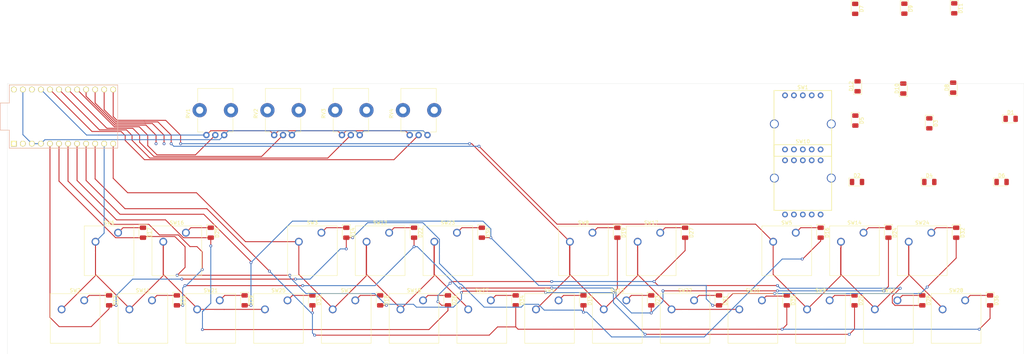
<source format=kicad_pcb>
(kicad_pcb (version 20171130) (host pcbnew "(5.1.10)-1")
  (layers (0 F.Cu signal) (31 B.Cu signal) (34 B.Paste user) (35 F.Paste user) (36 B.SilkS user) (37 F.SilkS user) (38 B.Mask user) (39 F.Mask user) (44 Edge.Cuts user))
  (net 0 "")
  (net 1 /VCC)
  (net 2 /GND)
  (net 3 /A0)
  (net 4 /A1)
  (net 5 /A2)
  (net 6 /A3)
  (net 7 /ROW0)
  (net 8 "Net-(D13-Pad1)")
  (net 9 /ROW1)
  (net 10 "Net-(D14-Pad1)")
  (net 11 /ROW2)
  (net 12 "Net-(D15-Pad1)")
  (net 13 /ROW3)
  (net 14 "Net-(D17-Pad1)")
  (net 15 "Net-(D18-Pad1)")
  (net 16 "Net-(D19-Pad1)")
  (net 17 "Net-(D21-Pad1)")
  (net 18 "Net-(D22-Pad1)")
  (net 19 "Net-(D23-Pad1)")
  (net 20 /ROW5)
  (net 21 /ROW4)
  (net 22 /COL5)
  (net 23 /COL4)
  (net 24 /COL3)
  (net 25 /COL2)
  (net 26 /COL1)
  (net 27 /COL0)
  (net 28 "Net-(D25-Pad1)")
  (net 29 "Net-(D26-Pad1)")
  (net 30 "Net-(D29-Pad1)")
  (net 31 "Net-(D30-Pad1)")
  (net 32 "Net-(D33-Pad1)")
  (net 33 "Net-(D34-Pad1)")
  (net 34 "Net-(D1-Pad1)")
  (net 35 "Net-(D2-Pad1)")
  (net 36 "Net-(D3-Pad1)")
  (net 37 "Net-(D4-Pad1)")
  (net 38 "Net-(D5-Pad1)")
  (net 39 "Net-(D6-Pad1)")
  (net 40 "Net-(D7-Pad1)")
  (net 41 "Net-(D8-Pad1)")
  (net 42 "Net-(D9-Pad1)")
  (net 43 "Net-(D10-Pad1)")
  (net 44 "Net-(D11-Pad1)")
  (net 45 "Net-(D12-Pad1)")
  (net 46 "Net-(D16-Pad1)")
  (net 47 "Net-(D20-Pad1)")
  (net 48 "Net-(D24-Pad1)")
  (net 49 "Net-(D27-Pad1)")
  (net 50 "Net-(D28-Pad1)")
  (net 51 "Net-(D31-Pad1)")
  (net 52 "Net-(D32-Pad1)")
  (net 53 "Net-(D35-Pad1)")
  (net 54 "Net-(D36-Pad1)")
  (net 55 /ROW6)
  (module Kicad_Akiyuki_Footprint:ALPS_SRBV (layer F.Cu) (at 223.58 27.735)
    (fp_text reference SW10 (at 0 -11.4) (layer F.SilkS))
    (fp_text value Alps_SRBV)
    (pad "" np_thru_hole circle (at -8 -1.1) (size 2.5 2.5) (drill 2) (layers *.Cu *.Mask))
    (pad "" np_thru_hole circle (at 8 -1.1) (size 2.5 2.5) (drill 2) (layers *.Cu *.Mask))
    (pad 10 thru_hole circle (at 5 -9.15) (size 1.6 1.6) (drill 0.9) (layers *.Cu *.Mask) (net 55 /ROW6))
    (pad 6 thru_hole circle (at -5 -9.15) (size 1.6 1.6) (drill 0.9) (layers *.Cu *.Mask) (net 43 "Net-(D10-Pad1)"))
    (pad 7 thru_hole circle (at -2.5 -9.15) (size 1.6 1.6) (drill 0.9) (layers *.Cu *.Mask) (net 41 "Net-(D8-Pad1)"))
    (pad 9 thru_hole circle (at 2.5 -9.15) (size 1.6 1.6) (drill 0.9) (layers *.Cu *.Mask))
    (pad 1 thru_hole circle (at 5 9.15) (size 1.6 1.6) (drill 0.9) (layers *.Cu *.Mask) (net 55 /ROW6))
    (pad 2 thru_hole circle (at 2.5 9.15) (size 1.6 1.6) (drill 0.9) (layers *.Cu *.Mask) (net 39 "Net-(D6-Pad1)"))
    (pad 5 thru_hole circle (at -5 9.15) (size 1.6 1.6) (drill 0.9) (layers *.Cu *.Mask) (net 45 "Net-(D12-Pad1)"))
    (pad 4 thru_hole circle (at -2.5 9.15) (size 1.6 1.6) (drill 0.9) (layers *.Cu *.Mask) (net 35 "Net-(D2-Pad1)"))
    (pad 8 thru_hole circle (at 0 -9.15) (size 1.6 1.6) (drill 0.9) (layers *.Cu *.Mask))
    (pad 3 thru_hole circle (at 0 9.15) (size 1.6 1.6) (drill 0.9) (layers *.Cu *.Mask) (net 37 "Net-(D4-Pad1)"))
  )
  (module Kicad_Akiyuki_Footprint:ALPS_SRBV (layer F.Cu) (at 223.58 12.495)
    (fp_text reference SW1 (at 0 -11.4) (layer F.SilkS))
    (fp_text value Alps_SRBV)
    (pad "" np_thru_hole circle (at -8 -1.1) (size 2.5 2.5) (drill 2) (layers *.Cu *.Mask))
    (pad "" np_thru_hole circle (at 8 -1.1) (size 2.5 2.5) (drill 2) (layers *.Cu *.Mask))
    (pad 10 thru_hole circle (at 5 -9.15) (size 1.6 1.6) (drill 0.9) (layers *.Cu *.Mask) (net 20 /ROW5))
    (pad 6 thru_hole circle (at -5 -9.15) (size 1.6 1.6) (drill 0.9) (layers *.Cu *.Mask) (net 42 "Net-(D9-Pad1)"))
    (pad 7 thru_hole circle (at -2.5 -9.15) (size 1.6 1.6) (drill 0.9) (layers *.Cu *.Mask) (net 44 "Net-(D11-Pad1)"))
    (pad 9 thru_hole circle (at 2.5 -9.15) (size 1.6 1.6) (drill 0.9) (layers *.Cu *.Mask))
    (pad 1 thru_hole circle (at 5 9.15) (size 1.6 1.6) (drill 0.9) (layers *.Cu *.Mask) (net 20 /ROW5))
    (pad 2 thru_hole circle (at 2.5 9.15) (size 1.6 1.6) (drill 0.9) (layers *.Cu *.Mask) (net 38 "Net-(D5-Pad1)"))
    (pad 5 thru_hole circle (at -5 9.15) (size 1.6 1.6) (drill 0.9) (layers *.Cu *.Mask) (net 40 "Net-(D7-Pad1)"))
    (pad 4 thru_hole circle (at -2.5 9.15) (size 1.6 1.6) (drill 0.9) (layers *.Cu *.Mask) (net 34 "Net-(D1-Pad1)"))
    (pad 8 thru_hole circle (at 0 -9.15) (size 1.6 1.6) (drill 0.9) (layers *.Cu *.Mask))
    (pad 3 thru_hole circle (at 0 9.15) (size 1.6 1.6) (drill 0.9) (layers *.Cu *.Mask) (net 36 "Net-(D3-Pad1)"))
  )
  (module Button_Switch_Keyboard:SW_Cherry_MX_1.00u_PCB (layer F.Cu) (at 164.45 42.01)
    (fp_text reference SW8 (at -2.54 -2.794) (layer F.SilkS))
    (fp_text value SW_Push)
    (pad "" np_thru_hole circle (at 2.54 5.08) (size 1.7 1.7) (drill 1.7) (layers *.Cu *.Mask))
    (pad "" np_thru_hole circle (at -7.62 5.08) (size 1.7 1.7) (drill 1.7) (layers *.Cu *.Mask))
    (pad "" np_thru_hole circle (at -2.54 5.08) (size 4 4) (drill 4) (layers *.Cu *.Mask))
    (pad 2 thru_hole circle (at -6.35 2.54) (size 2.2 2.2) (drill 1.5) (layers *.Cu *.Mask) (net 11 /ROW2))
    (pad 1 thru_hole circle (at 0 0) (size 2.2 2.2) (drill 1.5) (layers *.Cu *.Mask) (net 16 "Net-(D19-Pad1)"))
  )
  (module Button_Switch_Keyboard:SW_Cherry_MX_1.00u_PCB (layer F.Cu) (at 269.225 61.06)
    (fp_text reference SW28 (at -2.54 -2.794) (layer F.SilkS))
    (fp_text value SW_Push)
    (pad "" np_thru_hole circle (at 2.54 5.08) (size 1.7 1.7) (drill 1.7) (layers *.Cu *.Mask))
    (pad "" np_thru_hole circle (at -7.62 5.08) (size 1.7 1.7) (drill 1.7) (layers *.Cu *.Mask))
    (pad "" np_thru_hole circle (at -2.54 5.08) (size 4 4) (drill 4) (layers *.Cu *.Mask))
    (pad 2 thru_hole circle (at -6.35 2.54) (size 2.2 2.2) (drill 1.5) (layers *.Cu *.Mask) (net 13 /ROW3))
    (pad 1 thru_hole circle (at 0 0) (size 2.2 2.2) (drill 1.5) (layers *.Cu *.Mask) (net 54 "Net-(D36-Pad1)"))
  )
  (module Button_Switch_Keyboard:SW_Cherry_MX_1.00u_PCB (layer F.Cu) (at 183.5 42.01)
    (fp_text reference SW17 (at -2.54 -2.794) (layer F.SilkS))
    (fp_text value SW_Push)
    (pad "" np_thru_hole circle (at 2.54 5.08) (size 1.7 1.7) (drill 1.7) (layers *.Cu *.Mask))
    (pad "" np_thru_hole circle (at -7.62 5.08) (size 1.7 1.7) (drill 1.7) (layers *.Cu *.Mask))
    (pad "" np_thru_hole circle (at -2.54 5.08) (size 4 4) (drill 4) (layers *.Cu *.Mask))
    (pad 2 thru_hole circle (at -6.35 2.54) (size 2.2 2.2) (drill 1.5) (layers *.Cu *.Mask) (net 11 /ROW2))
    (pad 1 thru_hole circle (at 0 0) (size 2.2 2.2) (drill 1.5) (layers *.Cu *.Mask) (net 49 "Net-(D27-Pad1)"))
  )
  (module Diode_SMD:D_1206_3216Metric (layer F.Cu) (at 57.15 42.01 270)
    (fp_text reference D25 (at 0 -1.82 90) (layer F.SilkS))
    (fp_text value DIODE)
    (pad 2 smd roundrect (at 1.4 0 270) (size 1.25 1.75) (layers F.Cu F.Paste F.Mask) (roundrect_rratio 0.2) (net 24 /COL3))
    (pad 1 smd roundrect (at -1.4 0 270) (size 1.25 1.75) (layers F.Cu F.Paste F.Mask) (roundrect_rratio 0.2) (net 28 "Net-(D25-Pad1)"))
  )
  (module Button_Switch_Keyboard:SW_Cherry_MX_1.00u_PCB (layer F.Cu) (at 59.675 61.06)
    (fp_text reference SW21 (at -2.54 -2.794) (layer F.SilkS))
    (fp_text value SW_Push)
    (pad "" np_thru_hole circle (at 2.54 5.08) (size 1.7 1.7) (drill 1.7) (layers *.Cu *.Mask))
    (pad "" np_thru_hole circle (at -7.62 5.08) (size 1.7 1.7) (drill 1.7) (layers *.Cu *.Mask))
    (pad "" np_thru_hole circle (at -2.54 5.08) (size 4 4) (drill 4) (layers *.Cu *.Mask))
    (pad 2 thru_hole circle (at -6.35 2.54) (size 2.2 2.2) (drill 1.5) (layers *.Cu *.Mask) (net 7 /ROW0))
    (pad 1 thru_hole circle (at 0 0) (size 2.2 2.2) (drill 1.5) (layers *.Cu *.Mask) (net 30 "Net-(D29-Pad1)"))
  )
  (module Button_Switch_Keyboard:SW_Cherry_MX_1.00u_PCB (layer F.Cu) (at 50.15 42.01)
    (fp_text reference SW16 (at -2.54 -2.794) (layer F.SilkS))
    (fp_text value SW_Push)
    (pad "" np_thru_hole circle (at 2.54 5.08) (size 1.7 1.7) (drill 1.7) (layers *.Cu *.Mask))
    (pad "" np_thru_hole circle (at -7.62 5.08) (size 1.7 1.7) (drill 1.7) (layers *.Cu *.Mask))
    (pad "" np_thru_hole circle (at -2.54 5.08) (size 4 4) (drill 4) (layers *.Cu *.Mask))
    (pad 2 thru_hole circle (at -6.35 2.54) (size 2.2 2.2) (drill 1.5) (layers *.Cu *.Mask) (net 7 /ROW0))
    (pad 1 thru_hole circle (at 0 0) (size 2.2 2.2) (drill 1.5) (layers *.Cu *.Mask) (net 28 "Net-(D25-Pad1)"))
  )
  (module Diode_SMD:D_1206_3216Metric (layer F.Cu) (at 38.1 42.01 270)
    (fp_text reference D17 (at 0 -1.82 90) (layer F.SilkS))
    (fp_text value DIODE)
    (pad 2 smd roundrect (at 1.4 0 270) (size 1.25 1.75) (layers F.Cu F.Paste F.Mask) (roundrect_rratio 0.2) (net 26 /COL1))
    (pad 1 smd roundrect (at -1.4 0 270) (size 1.25 1.75) (layers F.Cu F.Paste F.Mask) (roundrect_rratio 0.2) (net 14 "Net-(D17-Pad1)"))
  )
  (module Button_Switch_Keyboard:SW_Cherry_MX_1.00u_PCB (layer F.Cu) (at 40.625 61.06)
    (fp_text reference SW11 (at -2.54 -2.794) (layer F.SilkS))
    (fp_text value SW_Push)
    (pad "" np_thru_hole circle (at 2.54 5.08) (size 1.7 1.7) (drill 1.7) (layers *.Cu *.Mask))
    (pad "" np_thru_hole circle (at -7.62 5.08) (size 1.7 1.7) (drill 1.7) (layers *.Cu *.Mask))
    (pad "" np_thru_hole circle (at -2.54 5.08) (size 4 4) (drill 4) (layers *.Cu *.Mask))
    (pad 2 thru_hole circle (at -6.35 2.54) (size 2.2 2.2) (drill 1.5) (layers *.Cu *.Mask) (net 7 /ROW0))
    (pad 1 thru_hole circle (at 0 0) (size 2.2 2.2) (drill 1.5) (layers *.Cu *.Mask) (net 17 "Net-(D21-Pad1)"))
  )
  (module Diode_SMD:D_1206_3216Metric (layer F.Cu) (at 276.225 61.06 270)
    (fp_text reference D36 (at 0 -1.82 90) (layer F.SilkS))
    (fp_text value DIODE)
    (pad 2 smd roundrect (at 1.4 0 270) (size 1.25 1.75) (layers F.Cu F.Paste F.Mask) (roundrect_rratio 0.2) (net 22 /COL5))
    (pad 1 smd roundrect (at -1.4 0 270) (size 1.25 1.75) (layers F.Cu F.Paste F.Mask) (roundrect_rratio 0.2) (net 54 "Net-(D36-Pad1)"))
  )
  (module Diode_SMD:D_1206_3216Metric (layer F.Cu) (at 219.075 61.06 270)
    (fp_text reference D35 (at 0 -1.82 90) (layer F.SilkS))
    (fp_text value DIODE)
    (pad 2 smd roundrect (at 1.4 0 270) (size 1.25 1.75) (layers F.Cu F.Paste F.Mask) (roundrect_rratio 0.2) (net 22 /COL5))
    (pad 1 smd roundrect (at -1.4 0 270) (size 1.25 1.75) (layers F.Cu F.Paste F.Mask) (roundrect_rratio 0.2) (net 53 "Net-(D35-Pad1)"))
  )
  (module Diode_SMD:D_1206_3216Metric (layer F.Cu) (at 142.875 61.06 270)
    (fp_text reference D34 (at 0 -1.82 90) (layer F.SilkS))
    (fp_text value DIODE)
    (pad 2 smd roundrect (at 1.4 0 270) (size 1.25 1.75) (layers F.Cu F.Paste F.Mask) (roundrect_rratio 0.2) (net 22 /COL5))
    (pad 1 smd roundrect (at -1.4 0 270) (size 1.25 1.75) (layers F.Cu F.Paste F.Mask) (roundrect_rratio 0.2) (net 33 "Net-(D34-Pad1)"))
  )
  (module Diode_SMD:D_1206_3216Metric (layer F.Cu) (at 85.725 61.06 270)
    (fp_text reference D33 (at 0 -1.82 90) (layer F.SilkS))
    (fp_text value DIODE)
    (pad 2 smd roundrect (at 1.4 0 270) (size 1.25 1.75) (layers F.Cu F.Paste F.Mask) (roundrect_rratio 0.2) (net 22 /COL5))
    (pad 1 smd roundrect (at -1.4 0 270) (size 1.25 1.75) (layers F.Cu F.Paste F.Mask) (roundrect_rratio 0.2) (net 32 "Net-(D33-Pad1)"))
  )
  (module Diode_SMD:D_1206_3216Metric (layer F.Cu) (at 266.7 42.01 270)
    (fp_text reference D32 (at 0 -1.82 90) (layer F.SilkS))
    (fp_text value DIODE)
    (pad 2 smd roundrect (at 1.4 0 270) (size 1.25 1.75) (layers F.Cu F.Paste F.Mask) (roundrect_rratio 0.2) (net 23 /COL4))
    (pad 1 smd roundrect (at -1.4 0 270) (size 1.25 1.75) (layers F.Cu F.Paste F.Mask) (roundrect_rratio 0.2) (net 52 "Net-(D32-Pad1)"))
  )
  (module Diode_SMD:D_1206_3216Metric (layer F.Cu) (at 200.025 61.06 270)
    (fp_text reference D31 (at 0 -1.82 90) (layer F.SilkS))
    (fp_text value DIODE)
    (pad 2 smd roundrect (at 1.4 0 270) (size 1.25 1.75) (layers F.Cu F.Paste F.Mask) (roundrect_rratio 0.2) (net 23 /COL4))
    (pad 1 smd roundrect (at -1.4 0 270) (size 1.25 1.75) (layers F.Cu F.Paste F.Mask) (roundrect_rratio 0.2) (net 51 "Net-(D31-Pad1)"))
  )
  (module Diode_SMD:D_1206_3216Metric (layer F.Cu) (at 133.35 42.01 270)
    (fp_text reference D30 (at 0 -1.82 90) (layer F.SilkS))
    (fp_text value DIODE)
    (pad 2 smd roundrect (at 1.4 0 270) (size 1.25 1.75) (layers F.Cu F.Paste F.Mask) (roundrect_rratio 0.2) (net 23 /COL4))
    (pad 1 smd roundrect (at -1.4 0 270) (size 1.25 1.75) (layers F.Cu F.Paste F.Mask) (roundrect_rratio 0.2) (net 31 "Net-(D30-Pad1)"))
  )
  (module Diode_SMD:D_1206_3216Metric (layer F.Cu) (at 66.675 61.06 270)
    (fp_text reference D29 (at 0 -1.82 90) (layer F.SilkS))
    (fp_text value DIODE)
    (pad 2 smd roundrect (at 1.4 0 270) (size 1.25 1.75) (layers F.Cu F.Paste F.Mask) (roundrect_rratio 0.2) (net 23 /COL4))
    (pad 1 smd roundrect (at -1.4 0 270) (size 1.25 1.75) (layers F.Cu F.Paste F.Mask) (roundrect_rratio 0.2) (net 30 "Net-(D29-Pad1)"))
  )
  (module Diode_SMD:D_1206_3216Metric (layer F.Cu) (at 257.175 61.06 270)
    (fp_text reference D28 (at 0 -1.82 90) (layer F.SilkS))
    (fp_text value DIODE)
    (pad 2 smd roundrect (at 1.4 0 270) (size 1.25 1.75) (layers F.Cu F.Paste F.Mask) (roundrect_rratio 0.2) (net 24 /COL3))
    (pad 1 smd roundrect (at -1.4 0 270) (size 1.25 1.75) (layers F.Cu F.Paste F.Mask) (roundrect_rratio 0.2) (net 50 "Net-(D28-Pad1)"))
  )
  (module Diode_SMD:D_1206_3216Metric (layer F.Cu) (at 190.5 42.01 270)
    (fp_text reference D27 (at 0 -1.82 90) (layer F.SilkS))
    (fp_text value DIODE)
    (pad 2 smd roundrect (at 1.4 0 270) (size 1.25 1.75) (layers F.Cu F.Paste F.Mask) (roundrect_rratio 0.2) (net 24 /COL3))
    (pad 1 smd roundrect (at -1.4 0 270) (size 1.25 1.75) (layers F.Cu F.Paste F.Mask) (roundrect_rratio 0.2) (net 49 "Net-(D27-Pad1)"))
  )
  (module Diode_SMD:D_1206_3216Metric (layer F.Cu) (at 123.825 61.06 270)
    (fp_text reference D26 (at 0 -1.82 90) (layer F.SilkS))
    (fp_text value DIODE)
    (pad 2 smd roundrect (at 1.4 0 270) (size 1.25 1.75) (layers F.Cu F.Paste F.Mask) (roundrect_rratio 0.2) (net 24 /COL3))
    (pad 1 smd roundrect (at -1.4 0 270) (size 1.25 1.75) (layers F.Cu F.Paste F.Mask) (roundrect_rratio 0.2) (net 29 "Net-(D26-Pad1)"))
  )
  (module Diode_SMD:D_1206_3216Metric (layer F.Cu) (at 247.65 42.01 270)
    (fp_text reference D24 (at 0 -1.82 90) (layer F.SilkS))
    (fp_text value DIODE)
    (pad 2 smd roundrect (at 1.4 0 270) (size 1.25 1.75) (layers F.Cu F.Paste F.Mask) (roundrect_rratio 0.2) (net 25 /COL2))
    (pad 1 smd roundrect (at -1.4 0 270) (size 1.25 1.75) (layers F.Cu F.Paste F.Mask) (roundrect_rratio 0.2) (net 48 "Net-(D24-Pad1)"))
  )
  (module Diode_SMD:D_1206_3216Metric (layer F.Cu) (at 180.975 61.06 270)
    (fp_text reference D23 (at 0 -1.82 90) (layer F.SilkS))
    (fp_text value DIODE)
    (pad 2 smd roundrect (at 1.4 0 270) (size 1.25 1.75) (layers F.Cu F.Paste F.Mask) (roundrect_rratio 0.2) (net 25 /COL2))
    (pad 1 smd roundrect (at -1.4 0 270) (size 1.25 1.75) (layers F.Cu F.Paste F.Mask) (roundrect_rratio 0.2) (net 19 "Net-(D23-Pad1)"))
  )
  (module Diode_SMD:D_1206_3216Metric (layer F.Cu) (at 114.3 42.01 270)
    (fp_text reference D22 (at 0 -1.82 90) (layer F.SilkS))
    (fp_text value DIODE)
    (pad 2 smd roundrect (at 1.4 0 270) (size 1.25 1.75) (layers F.Cu F.Paste F.Mask) (roundrect_rratio 0.2) (net 25 /COL2))
    (pad 1 smd roundrect (at -1.4 0 270) (size 1.25 1.75) (layers F.Cu F.Paste F.Mask) (roundrect_rratio 0.2) (net 18 "Net-(D22-Pad1)"))
  )
  (module Diode_SMD:D_1206_3216Metric (layer F.Cu) (at 47.625 61.06 270)
    (fp_text reference D21 (at 0 -1.82 90) (layer F.SilkS))
    (fp_text value DIODE)
    (pad 2 smd roundrect (at 1.4 0 270) (size 1.25 1.75) (layers F.Cu F.Paste F.Mask) (roundrect_rratio 0.2) (net 25 /COL2))
    (pad 1 smd roundrect (at -1.4 0 270) (size 1.25 1.75) (layers F.Cu F.Paste F.Mask) (roundrect_rratio 0.2) (net 17 "Net-(D21-Pad1)"))
  )
  (module Diode_SMD:D_1206_3216Metric (layer F.Cu) (at 238.125 61.06 270)
    (fp_text reference D20 (at 0 -1.82 90) (layer F.SilkS))
    (fp_text value DIODE)
    (pad 2 smd roundrect (at 1.4 0 270) (size 1.25 1.75) (layers F.Cu F.Paste F.Mask) (roundrect_rratio 0.2) (net 26 /COL1))
    (pad 1 smd roundrect (at -1.4 0 270) (size 1.25 1.75) (layers F.Cu F.Paste F.Mask) (roundrect_rratio 0.2) (net 47 "Net-(D20-Pad1)"))
  )
  (module Diode_SMD:D_1206_3216Metric (layer F.Cu) (at 171.45 42.01 270)
    (fp_text reference D19 (at 0 -1.82 90) (layer F.SilkS))
    (fp_text value DIODE)
    (pad 2 smd roundrect (at 1.4 0 270) (size 1.25 1.75) (layers F.Cu F.Paste F.Mask) (roundrect_rratio 0.2) (net 26 /COL1))
    (pad 1 smd roundrect (at -1.4 0 270) (size 1.25 1.75) (layers F.Cu F.Paste F.Mask) (roundrect_rratio 0.2) (net 16 "Net-(D19-Pad1)"))
  )
  (module Diode_SMD:D_1206_3216Metric (layer F.Cu) (at 104.775 61.06 270)
    (fp_text reference D18 (at 0 -1.82 90) (layer F.SilkS))
    (fp_text value DIODE)
    (pad 2 smd roundrect (at 1.4 0 270) (size 1.25 1.75) (layers F.Cu F.Paste F.Mask) (roundrect_rratio 0.2) (net 26 /COL1))
    (pad 1 smd roundrect (at -1.4 0 270) (size 1.25 1.75) (layers F.Cu F.Paste F.Mask) (roundrect_rratio 0.2) (net 15 "Net-(D18-Pad1)"))
  )
  (module Diode_SMD:D_1206_3216Metric (layer F.Cu) (at 228.6 42.01 270)
    (fp_text reference D16 (at 0 -1.82 90) (layer F.SilkS))
    (fp_text value DIODE)
    (pad 2 smd roundrect (at 1.4 0 270) (size 1.25 1.75) (layers F.Cu F.Paste F.Mask) (roundrect_rratio 0.2) (net 27 /COL0))
    (pad 1 smd roundrect (at -1.4 0 270) (size 1.25 1.75) (layers F.Cu F.Paste F.Mask) (roundrect_rratio 0.2) (net 46 "Net-(D16-Pad1)"))
  )
  (module Diode_SMD:D_1206_3216Metric (layer F.Cu) (at 161.925 61.06 270)
    (fp_text reference D15 (at 0 -1.82 90) (layer F.SilkS))
    (fp_text value DIODE)
    (pad 2 smd roundrect (at 1.4 0 270) (size 1.25 1.75) (layers F.Cu F.Paste F.Mask) (roundrect_rratio 0.2) (net 27 /COL0))
    (pad 1 smd roundrect (at -1.4 0 270) (size 1.25 1.75) (layers F.Cu F.Paste F.Mask) (roundrect_rratio 0.2) (net 12 "Net-(D15-Pad1)"))
  )
  (module Diode_SMD:D_1206_3216Metric (layer F.Cu) (at 95.25 42.01 270)
    (fp_text reference D14 (at 0 -1.82 90) (layer F.SilkS))
    (fp_text value DIODE)
    (pad 2 smd roundrect (at 1.4 0 270) (size 1.25 1.75) (layers F.Cu F.Paste F.Mask) (roundrect_rratio 0.2) (net 27 /COL0))
    (pad 1 smd roundrect (at -1.4 0 270) (size 1.25 1.75) (layers F.Cu F.Paste F.Mask) (roundrect_rratio 0.2) (net 10 "Net-(D14-Pad1)"))
  )
  (module Diode_SMD:D_1206_3216Metric (layer F.Cu) (at 28.575 61.06 270)
    (fp_text reference D13 (at 0 -1.82 90) (layer F.SilkS))
    (fp_text value DIODE)
    (pad 2 smd roundrect (at 1.4 0 270) (size 1.25 1.75) (layers F.Cu F.Paste F.Mask) (roundrect_rratio 0.2) (net 27 /COL0))
    (pad 1 smd roundrect (at -1.4 0 270) (size 1.25 1.75) (layers F.Cu F.Paste F.Mask) (roundrect_rratio 0.2) (net 8 "Net-(D13-Pad1)"))
  )
  (module Diode_SMD:D_1206_3216Metric (layer F.Cu) (at 238.975 0.8 90)
    (fp_text reference D12 (at 0 -1.82 90) (layer F.SilkS))
    (fp_text value DIODE)
    (pad 2 smd roundrect (at 1.4 0 90) (size 1.25 1.75) (layers F.Cu F.Paste F.Mask) (roundrect_rratio 0.2) (net 24 /COL3))
    (pad 1 smd roundrect (at -1.4 0 90) (size 1.25 1.75) (layers F.Cu F.Paste F.Mask) (roundrect_rratio 0.2) (net 45 "Net-(D12-Pad1)"))
  )
  (module Diode_SMD:D_1206_3216Metric (layer F.Cu) (at 266.15 -21.15 270)
    (fp_text reference D11 (at 0 -1.82 90) (layer F.SilkS))
    (fp_text value DIODE)
    (pad 2 smd roundrect (at 1.4 0 270) (size 1.25 1.75) (layers F.Cu F.Paste F.Mask) (roundrect_rratio 0.2) (net 22 /COL5))
    (pad 1 smd roundrect (at -1.4 0 270) (size 1.25 1.75) (layers F.Cu F.Paste F.Mask) (roundrect_rratio 0.2) (net 44 "Net-(D11-Pad1)"))
  )
  (module Diode_SMD:D_1206_3216Metric (layer F.Cu) (at 251.825 1.425 90)
    (fp_text reference D10 (at 0 -1.82 90) (layer F.SilkS))
    (fp_text value DIODE)
    (pad 2 smd roundrect (at 1.4 0 90) (size 1.25 1.75) (layers F.Cu F.Paste F.Mask) (roundrect_rratio 0.2) (net 23 /COL4))
    (pad 1 smd roundrect (at -1.4 0 90) (size 1.25 1.75) (layers F.Cu F.Paste F.Mask) (roundrect_rratio 0.2) (net 43 "Net-(D10-Pad1)"))
  )
  (module Diode_SMD:D_1206_3216Metric (layer F.Cu) (at 252.125 -21.05 270)
    (fp_text reference D9 (at 0 -1.82 90) (layer F.SilkS))
    (fp_text value DIODE)
    (pad 2 smd roundrect (at 1.4 0 270) (size 1.25 1.75) (layers F.Cu F.Paste F.Mask) (roundrect_rratio 0.2) (net 23 /COL4))
    (pad 1 smd roundrect (at -1.4 0 270) (size 1.25 1.75) (layers F.Cu F.Paste F.Mask) (roundrect_rratio 0.2) (net 42 "Net-(D9-Pad1)"))
  )
  (module Diode_SMD:D_1206_3216Metric (layer F.Cu) (at 265.85 1.175 90)
    (fp_text reference D8 (at 0 -1.82 90) (layer F.SilkS))
    (fp_text value DIODE)
    (pad 2 smd roundrect (at 1.4 0 90) (size 1.25 1.75) (layers F.Cu F.Paste F.Mask) (roundrect_rratio 0.2) (net 22 /COL5))
    (pad 1 smd roundrect (at -1.4 0 90) (size 1.25 1.75) (layers F.Cu F.Paste F.Mask) (roundrect_rratio 0.2) (net 41 "Net-(D8-Pad1)"))
  )
  (module Diode_SMD:D_1206_3216Metric (layer F.Cu) (at 238.3 -21 270)
    (fp_text reference D7 (at 0 -1.82 90) (layer F.SilkS))
    (fp_text value DIODE)
    (pad 2 smd roundrect (at 1.4 0 270) (size 1.25 1.75) (layers F.Cu F.Paste F.Mask) (roundrect_rratio 0.2) (net 24 /COL3))
    (pad 1 smd roundrect (at -1.4 0 270) (size 1.25 1.75) (layers F.Cu F.Paste F.Mask) (roundrect_rratio 0.2) (net 40 "Net-(D7-Pad1)"))
  )
  (module Diode_SMD:D_1206_3216Metric (layer F.Cu) (at 279.46 27.735)
    (fp_text reference D6 (at 0 -1.82) (layer F.SilkS))
    (fp_text value DIODE)
    (pad 2 smd roundrect (at 1.4 0) (size 1.25 1.75) (layers F.Cu F.Paste F.Mask) (roundrect_rratio 0.2) (net 25 /COL2))
    (pad 1 smd roundrect (at -1.4 0) (size 1.25 1.75) (layers F.Cu F.Paste F.Mask) (roundrect_rratio 0.2) (net 39 "Net-(D6-Pad1)"))
  )
  (module Diode_SMD:D_1206_3216Metric (layer F.Cu) (at 238.35 10.45 270)
    (fp_text reference D5 (at 0 -1.82 90) (layer F.SilkS))
    (fp_text value DIODE)
    (pad 2 smd roundrect (at 1.4 0 270) (size 1.25 1.75) (layers F.Cu F.Paste F.Mask) (roundrect_rratio 0.2) (net 25 /COL2))
    (pad 1 smd roundrect (at -1.4 0 270) (size 1.25 1.75) (layers F.Cu F.Paste F.Mask) (roundrect_rratio 0.2) (net 38 "Net-(D5-Pad1)"))
  )
  (module Diode_SMD:D_1206_3216Metric (layer F.Cu) (at 259.14 27.735)
    (fp_text reference D4 (at 0 -1.82) (layer F.SilkS))
    (fp_text value DIODE)
    (pad 2 smd roundrect (at 1.4 0) (size 1.25 1.75) (layers F.Cu F.Paste F.Mask) (roundrect_rratio 0.2) (net 26 /COL1))
    (pad 1 smd roundrect (at -1.4 0) (size 1.25 1.75) (layers F.Cu F.Paste F.Mask) (roundrect_rratio 0.2) (net 37 "Net-(D4-Pad1)"))
  )
  (module Diode_SMD:D_1206_3216Metric (layer F.Cu) (at 259.14 11.225 270)
    (fp_text reference D3 (at 0 -1.82 90) (layer F.SilkS))
    (fp_text value DIODE)
    (pad 2 smd roundrect (at 1.4 0 270) (size 1.25 1.75) (layers F.Cu F.Paste F.Mask) (roundrect_rratio 0.2) (net 26 /COL1))
    (pad 1 smd roundrect (at -1.4 0 270) (size 1.25 1.75) (layers F.Cu F.Paste F.Mask) (roundrect_rratio 0.2) (net 36 "Net-(D3-Pad1)"))
  )
  (module Diode_SMD:D_1206_3216Metric (layer F.Cu) (at 238.82 27.735)
    (fp_text reference D2 (at 0 -1.82) (layer F.SilkS))
    (fp_text value DIODE)
    (pad 2 smd roundrect (at 1.4 0) (size 1.25 1.75) (layers F.Cu F.Paste F.Mask) (roundrect_rratio 0.2) (net 27 /COL0))
    (pad 1 smd roundrect (at -1.4 0) (size 1.25 1.75) (layers F.Cu F.Paste F.Mask) (roundrect_rratio 0.2) (net 35 "Net-(D2-Pad1)"))
  )
  (module Diode_SMD:D_1206_3216Metric (layer F.Cu) (at 282 9.955)
    (fp_text reference D1 (at 0 -1.82) (layer F.SilkS))
    (fp_text value DIODE)
    (pad 2 smd roundrect (at 1.4 0) (size 1.25 1.75) (layers F.Cu F.Paste F.Mask) (roundrect_rratio 0.2) (net 27 /COL0))
    (pad 1 smd roundrect (at -1.4 0) (size 1.25 1.75) (layers F.Cu F.Paste F.Mask) (roundrect_rratio 0.2) (net 34 "Net-(D1-Pad1)"))
  )
  (module Button_Switch_Keyboard:SW_Cherry_MX_1.00u_PCB (layer F.Cu) (at 212.075 61.06)
    (fp_text reference SW26 (at -2.54 -2.794) (layer F.SilkS))
    (fp_text value SW_Push)
    (pad "" np_thru_hole circle (at 2.54 5.08) (size 1.7 1.7) (drill 1.7) (layers *.Cu *.Mask))
    (pad "" np_thru_hole circle (at -7.62 5.08) (size 1.7 1.7) (drill 1.7) (layers *.Cu *.Mask))
    (pad "" np_thru_hole circle (at -2.54 5.08) (size 4 4) (drill 4) (layers *.Cu *.Mask))
    (pad 2 thru_hole circle (at -6.35 2.54) (size 2.2 2.2) (drill 1.5) (layers *.Cu *.Mask) (net 11 /ROW2))
    (pad 1 thru_hole circle (at 0 0) (size 2.2 2.2) (drill 1.5) (layers *.Cu *.Mask) (net 53 "Net-(D35-Pad1)"))
  )
  (module Button_Switch_Keyboard:SW_Cherry_MX_1.00u_PCB (layer F.Cu) (at 88.25 42.01)
    (fp_text reference SW3 (at -2.54 -2.794) (layer F.SilkS))
    (fp_text value SW_Push)
    (pad "" np_thru_hole circle (at 2.54 5.08) (size 1.7 1.7) (drill 1.7) (layers *.Cu *.Mask))
    (pad "" np_thru_hole circle (at -7.62 5.08) (size 1.7 1.7) (drill 1.7) (layers *.Cu *.Mask))
    (pad "" np_thru_hole circle (at -2.54 5.08) (size 4 4) (drill 4) (layers *.Cu *.Mask))
    (pad 2 thru_hole circle (at -6.35 2.54) (size 2.2 2.2) (drill 1.5) (layers *.Cu *.Mask) (net 9 /ROW1))
    (pad 1 thru_hole circle (at 0 0) (size 2.2 2.2) (drill 1.5) (layers *.Cu *.Mask) (net 10 "Net-(D14-Pad1)"))
  )
  (module Button_Switch_Keyboard:SW_Cherry_MX_1.00u_PCB (layer F.Cu) (at 173.975 61.06)
    (fp_text reference SW13 (at -2.54 -2.794) (layer F.SilkS))
    (fp_text value SW_Push)
    (pad "" np_thru_hole circle (at 2.54 5.08) (size 1.7 1.7) (drill 1.7) (layers *.Cu *.Mask))
    (pad "" np_thru_hole circle (at -7.62 5.08) (size 1.7 1.7) (drill 1.7) (layers *.Cu *.Mask))
    (pad "" np_thru_hole circle (at -2.54 5.08) (size 4 4) (drill 4) (layers *.Cu *.Mask))
    (pad 2 thru_hole circle (at -6.35 2.54) (size 2.2 2.2) (drill 1.5) (layers *.Cu *.Mask) (net 11 /ROW2))
    (pad 1 thru_hole circle (at 0 0) (size 2.2 2.2) (drill 1.5) (layers *.Cu *.Mask) (net 19 "Net-(D23-Pad1)"))
  )
  (module Button_Switch_Keyboard:SW_Cherry_MX_1.00u_PCB (layer F.Cu) (at 231.125 61.06)
    (fp_text reference SW9 (at -2.54 -2.794) (layer F.SilkS))
    (fp_text value SW_Push)
    (pad 1 thru_hole circle (at 0 0) (size 2.2 2.2) (drill 1.5) (layers *.Cu *.Mask) (net 47 "Net-(D20-Pad1)"))
    (pad 2 thru_hole circle (at -6.35 2.54) (size 2.2 2.2) (drill 1.5) (layers *.Cu *.Mask) (net 13 /ROW3))
    (pad "" np_thru_hole circle (at -2.54 5.08) (size 4 4) (drill 4) (layers *.Cu *.Mask))
    (pad "" np_thru_hole circle (at -7.62 5.08) (size 1.7 1.7) (drill 1.7) (layers *.Cu *.Mask))
    (pad "" np_thru_hole circle (at 2.54 5.08) (size 1.7 1.7) (drill 1.7) (layers *.Cu *.Mask))
  )
  (module Button_Switch_Keyboard:SW_Cherry_MX_1.00u_PCB (layer F.Cu) (at 154.925 61.06)
    (fp_text reference SW4 (at -2.54 -2.794) (layer F.SilkS))
    (fp_text value SW_Push)
    (pad "" np_thru_hole circle (at 2.54 5.08) (size 1.7 1.7) (drill 1.7) (layers *.Cu *.Mask))
    (pad "" np_thru_hole circle (at -7.62 5.08) (size 1.7 1.7) (drill 1.7) (layers *.Cu *.Mask))
    (pad "" np_thru_hole circle (at -2.54 5.08) (size 4 4) (drill 4) (layers *.Cu *.Mask))
    (pad 2 thru_hole circle (at -6.35 2.54) (size 2.2 2.2) (drill 1.5) (layers *.Cu *.Mask) (net 11 /ROW2))
    (pad 1 thru_hole circle (at 0 0) (size 2.2 2.2) (drill 1.5) (layers *.Cu *.Mask) (net 12 "Net-(D15-Pad1)"))
  )
  (module Button_Switch_Keyboard:SW_Cherry_MX_1.00u_PCB (layer F.Cu) (at 221.6 42.01)
    (fp_text reference SW5 (at -2.54 -2.794) (layer F.SilkS))
    (fp_text value SW_Push)
    (pad "" np_thru_hole circle (at 2.54 5.08) (size 1.7 1.7) (drill 1.7) (layers *.Cu *.Mask))
    (pad "" np_thru_hole circle (at -7.62 5.08) (size 1.7 1.7) (drill 1.7) (layers *.Cu *.Mask))
    (pad "" np_thru_hole circle (at -2.54 5.08) (size 4 4) (drill 4) (layers *.Cu *.Mask))
    (pad 2 thru_hole circle (at -6.35 2.54) (size 2.2 2.2) (drill 1.5) (layers *.Cu *.Mask) (net 13 /ROW3))
    (pad 1 thru_hole circle (at 0 0) (size 2.2 2.2) (drill 1.5) (layers *.Cu *.Mask) (net 46 "Net-(D16-Pad1)"))
  )
  (module promicro:ProMicro (layer F.Cu) (at 15.755 9.32)
    (fp_text reference U1 hide)
    (fp_text value ProMicro)
    (pad 24 thru_hole circle (at -13.97 -7.62) (size 1.6 1.6) (drill 1.1) (layers *.Cu *.Mask F.SilkS))
    (pad 23 thru_hole circle (at -11.43 -7.62) (size 1.6 1.6) (drill 1.1) (layers *.Cu *.Mask F.SilkS) (net 2 /GND))
    (pad 22 thru_hole circle (at -8.89 -7.62) (size 1.6 1.6) (drill 1.1) (layers *.Cu *.Mask F.SilkS))
    (pad 21 thru_hole circle (at -6.35 -7.62) (size 1.6 1.6) (drill 1.1) (layers *.Cu *.Mask F.SilkS) (net 1 /VCC))
    (pad 20 thru_hole circle (at -3.81 -7.62) (size 1.6 1.6) (drill 1.1) (layers *.Cu *.Mask F.SilkS) (net 6 /A3))
    (pad 19 thru_hole circle (at -1.27 -7.62) (size 1.6 1.6) (drill 1.1) (layers *.Cu *.Mask F.SilkS) (net 5 /A2))
    (pad 18 thru_hole circle (at 1.27 -7.62) (size 1.6 1.6) (drill 1.1) (layers *.Cu *.Mask F.SilkS) (net 4 /A1))
    (pad 17 thru_hole circle (at 3.81 -7.62) (size 1.6 1.6) (drill 1.1) (layers *.Cu *.Mask F.SilkS) (net 3 /A0))
    (pad 16 thru_hole circle (at 6.35 -7.62) (size 1.6 1.6) (drill 1.1) (layers *.Cu *.Mask F.SilkS) (net 20 /ROW5))
    (pad 15 thru_hole circle (at 8.89 -7.62) (size 1.6 1.6) (drill 1.1) (layers *.Cu *.Mask F.SilkS) (net 21 /ROW4))
    (pad 14 thru_hole circle (at 11.43 -7.62) (size 1.6 1.6) (drill 1.1) (layers *.Cu *.Mask F.SilkS) (net 13 /ROW3))
    (pad 13 thru_hole circle (at 13.97 -7.62) (size 1.6 1.6) (drill 1.1) (layers *.Cu *.Mask F.SilkS) (net 11 /ROW2))
    (pad 12 thru_hole circle (at 13.97 7.62) (size 1.6 1.6) (drill 1.1) (layers *.Cu *.Mask F.SilkS) (net 9 /ROW1))
    (pad 11 thru_hole circle (at 11.43 7.62) (size 1.6 1.6) (drill 1.1) (layers *.Cu *.Mask F.SilkS) (net 7 /ROW0))
    (pad 10 thru_hole circle (at 8.89 7.62) (size 1.6 1.6) (drill 1.1) (layers *.Cu *.Mask F.SilkS) (net 22 /COL5))
    (pad 9 thru_hole circle (at 6.35 7.62) (size 1.6 1.6) (drill 1.1) (layers *.Cu *.Mask F.SilkS) (net 23 /COL4))
    (pad 8 thru_hole circle (at 3.81 7.62) (size 1.6 1.6) (drill 1.1) (layers *.Cu *.Mask F.SilkS) (net 24 /COL3))
    (pad 7 thru_hole circle (at 1.27 7.62) (size 1.6 1.6) (drill 1.1) (layers *.Cu *.Mask F.SilkS) (net 25 /COL2))
    (pad 6 thru_hole circle (at -1.27 7.62) (size 1.6 1.6) (drill 1.1) (layers *.Cu *.Mask F.SilkS) (net 26 /COL1))
    (pad 5 thru_hole circle (at -3.81 7.62) (size 1.6 1.6) (drill 1.1) (layers *.Cu *.Mask F.SilkS) (net 27 /COL0))
    (pad 4 thru_hole circle (at -6.35 7.62) (size 1.6 1.6) (drill 1.1) (layers *.Cu *.Mask F.SilkS) (net 2 /GND))
    (pad 3 thru_hole circle (at -8.89 7.62) (size 1.6 1.6) (drill 1.1) (layers *.Cu *.Mask F.SilkS) (net 2 /GND))
    (pad 2 thru_hole circle (at -11.43 7.62) (size 1.6 1.6) (drill 1.1) (layers *.Cu *.Mask F.SilkS))
    (pad 1 thru_hole rect (at -13.97 7.62) (size 1.6 1.6) (drill 1.1) (layers *.Cu *.Mask F.SilkS))
  )
  (module Button_Switch_Keyboard:SW_Cherry_MX_1.00u_PCB (layer F.Cu) (at 135.875 61.06)
    (fp_text reference SW27 (at -2.54 -2.794) (layer F.SilkS))
    (fp_text value SW_Push)
    (pad "" np_thru_hole circle (at 2.54 5.08) (size 1.7 1.7) (drill 1.7) (layers *.Cu *.Mask))
    (pad "" np_thru_hole circle (at -7.62 5.08) (size 1.7 1.7) (drill 1.7) (layers *.Cu *.Mask))
    (pad "" np_thru_hole circle (at -2.54 5.08) (size 4 4) (drill 4) (layers *.Cu *.Mask))
    (pad 2 thru_hole circle (at -6.35 2.54) (size 2.2 2.2) (drill 1.5) (layers *.Cu *.Mask) (net 9 /ROW1))
    (pad 1 thru_hole circle (at 0 0) (size 2.2 2.2) (drill 1.5) (layers *.Cu *.Mask) (net 33 "Net-(D34-Pad1)"))
  )
  (module Button_Switch_Keyboard:SW_Cherry_MX_1.00u_PCB (layer F.Cu) (at 78.725 61.06)
    (fp_text reference SW25 (at -2.54 -2.794) (layer F.SilkS))
    (fp_text value SW_Push)
    (pad "" np_thru_hole circle (at 2.54 5.08) (size 1.7 1.7) (drill 1.7) (layers *.Cu *.Mask))
    (pad "" np_thru_hole circle (at -7.62 5.08) (size 1.7 1.7) (drill 1.7) (layers *.Cu *.Mask))
    (pad "" np_thru_hole circle (at -2.54 5.08) (size 4 4) (drill 4) (layers *.Cu *.Mask))
    (pad 2 thru_hole circle (at -6.35 2.54) (size 2.2 2.2) (drill 1.5) (layers *.Cu *.Mask) (net 7 /ROW0))
    (pad 1 thru_hole circle (at 0 0) (size 2.2 2.2) (drill 1.5) (layers *.Cu *.Mask) (net 32 "Net-(D33-Pad1)"))
  )
  (module Button_Switch_Keyboard:SW_Cherry_MX_1.00u_PCB (layer F.Cu) (at 259.7 42.01)
    (fp_text reference SW24 (at -2.54 -2.794) (layer F.SilkS))
    (fp_text value SW_Push)
    (pad "" np_thru_hole circle (at 2.54 5.08) (size 1.7 1.7) (drill 1.7) (layers *.Cu *.Mask))
    (pad "" np_thru_hole circle (at -7.62 5.08) (size 1.7 1.7) (drill 1.7) (layers *.Cu *.Mask))
    (pad "" np_thru_hole circle (at -2.54 5.08) (size 4 4) (drill 4) (layers *.Cu *.Mask))
    (pad 2 thru_hole circle (at -6.35 2.54) (size 2.2 2.2) (drill 1.5) (layers *.Cu *.Mask) (net 13 /ROW3))
    (pad 1 thru_hole circle (at 0 0) (size 2.2 2.2) (drill 1.5) (layers *.Cu *.Mask) (net 52 "Net-(D32-Pad1)"))
  )
  (module Button_Switch_Keyboard:SW_Cherry_MX_1.00u_PCB (layer F.Cu) (at 126.35 42.01)
    (fp_text reference SW23 (at -2.54 -2.794) (layer F.SilkS))
    (fp_text value SW_Push)
    (pad "" np_thru_hole circle (at 2.54 5.08) (size 1.7 1.7) (drill 1.7) (layers *.Cu *.Mask))
    (pad "" np_thru_hole circle (at -7.62 5.08) (size 1.7 1.7) (drill 1.7) (layers *.Cu *.Mask))
    (pad "" np_thru_hole circle (at -2.54 5.08) (size 4 4) (drill 4) (layers *.Cu *.Mask))
    (pad 2 thru_hole circle (at -6.35 2.54) (size 2.2 2.2) (drill 1.5) (layers *.Cu *.Mask) (net 9 /ROW1))
    (pad 1 thru_hole circle (at 0 0) (size 2.2 2.2) (drill 1.5) (layers *.Cu *.Mask) (net 31 "Net-(D30-Pad1)"))
  )
  (module Button_Switch_Keyboard:SW_Cherry_MX_1.00u_PCB (layer F.Cu) (at 193.025 61.06)
    (fp_text reference SW22 (at -2.54 -2.794) (layer F.SilkS))
    (fp_text value SW_Push)
    (pad "" np_thru_hole circle (at 2.54 5.08) (size 1.7 1.7) (drill 1.7) (layers *.Cu *.Mask))
    (pad "" np_thru_hole circle (at -7.62 5.08) (size 1.7 1.7) (drill 1.7) (layers *.Cu *.Mask))
    (pad "" np_thru_hole circle (at -2.54 5.08) (size 4 4) (drill 4) (layers *.Cu *.Mask))
    (pad 2 thru_hole circle (at -6.35 2.54) (size 2.2 2.2) (drill 1.5) (layers *.Cu *.Mask) (net 11 /ROW2))
    (pad 1 thru_hole circle (at 0 0) (size 2.2 2.2) (drill 1.5) (layers *.Cu *.Mask) (net 51 "Net-(D31-Pad1)"))
  )
  (module Button_Switch_Keyboard:SW_Cherry_MX_1.00u_PCB (layer F.Cu) (at 250.175 61.06)
    (fp_text reference SW19 (at -2.54 -2.794) (layer F.SilkS))
    (fp_text value SW_Push)
    (pad "" np_thru_hole circle (at 2.54 5.08) (size 1.7 1.7) (drill 1.7) (layers *.Cu *.Mask))
    (pad "" np_thru_hole circle (at -7.62 5.08) (size 1.7 1.7) (drill 1.7) (layers *.Cu *.Mask))
    (pad "" np_thru_hole circle (at -2.54 5.08) (size 4 4) (drill 4) (layers *.Cu *.Mask))
    (pad 2 thru_hole circle (at -6.35 2.54) (size 2.2 2.2) (drill 1.5) (layers *.Cu *.Mask) (net 13 /ROW3))
    (pad 1 thru_hole circle (at 0 0) (size 2.2 2.2) (drill 1.5) (layers *.Cu *.Mask) (net 50 "Net-(D28-Pad1)"))
  )
  (module Button_Switch_Keyboard:SW_Cherry_MX_1.00u_PCB (layer F.Cu) (at 116.825 61.06)
    (fp_text reference SW18 (at -2.54 -2.794) (layer F.SilkS))
    (fp_text value SW_Push)
    (pad "" np_thru_hole circle (at 2.54 5.08) (size 1.7 1.7) (drill 1.7) (layers *.Cu *.Mask))
    (pad "" np_thru_hole circle (at -7.62 5.08) (size 1.7 1.7) (drill 1.7) (layers *.Cu *.Mask))
    (pad "" np_thru_hole circle (at -2.54 5.08) (size 4 4) (drill 4) (layers *.Cu *.Mask))
    (pad 2 thru_hole circle (at -6.35 2.54) (size 2.2 2.2) (drill 1.5) (layers *.Cu *.Mask) (net 9 /ROW1))
    (pad 1 thru_hole circle (at 0 0) (size 2.2 2.2) (drill 1.5) (layers *.Cu *.Mask) (net 29 "Net-(D26-Pad1)"))
  )
  (module Button_Switch_Keyboard:SW_Cherry_MX_1.00u_PCB (layer F.Cu) (at 240.65 42.01)
    (fp_text reference SW14 (at -2.54 -2.794) (layer F.SilkS))
    (fp_text value SW_Push)
    (pad "" np_thru_hole circle (at 2.54 5.08) (size 1.7 1.7) (drill 1.7) (layers *.Cu *.Mask))
    (pad "" np_thru_hole circle (at -7.62 5.08) (size 1.7 1.7) (drill 1.7) (layers *.Cu *.Mask))
    (pad "" np_thru_hole circle (at -2.54 5.08) (size 4 4) (drill 4) (layers *.Cu *.Mask))
    (pad 2 thru_hole circle (at -6.35 2.54) (size 2.2 2.2) (drill 1.5) (layers *.Cu *.Mask) (net 13 /ROW3))
    (pad 1 thru_hole circle (at 0 0) (size 2.2 2.2) (drill 1.5) (layers *.Cu *.Mask) (net 48 "Net-(D24-Pad1)"))
  )
  (module Button_Switch_Keyboard:SW_Cherry_MX_1.00u_PCB (layer F.Cu) (at 107.3 42.01)
    (fp_text reference SW12 (at -2.54 -2.794) (layer F.SilkS))
    (fp_text value SW_Push)
    (pad "" np_thru_hole circle (at 2.54 5.08) (size 1.7 1.7) (drill 1.7) (layers *.Cu *.Mask))
    (pad "" np_thru_hole circle (at -7.62 5.08) (size 1.7 1.7) (drill 1.7) (layers *.Cu *.Mask))
    (pad "" np_thru_hole circle (at -2.54 5.08) (size 4 4) (drill 4) (layers *.Cu *.Mask))
    (pad 2 thru_hole circle (at -6.35 2.54) (size 2.2 2.2) (drill 1.5) (layers *.Cu *.Mask) (net 9 /ROW1))
    (pad 1 thru_hole circle (at 0 0) (size 2.2 2.2) (drill 1.5) (layers *.Cu *.Mask) (net 18 "Net-(D22-Pad1)"))
  )
  (module Button_Switch_Keyboard:SW_Cherry_MX_1.00u_PCB (layer F.Cu) (at 97.775 61.06)
    (fp_text reference SW7 (at -2.54 -2.794) (layer F.SilkS))
    (fp_text value SW_Push)
    (pad "" np_thru_hole circle (at 2.54 5.08) (size 1.7 1.7) (drill 1.7) (layers *.Cu *.Mask))
    (pad "" np_thru_hole circle (at -7.62 5.08) (size 1.7 1.7) (drill 1.7) (layers *.Cu *.Mask))
    (pad "" np_thru_hole circle (at -2.54 5.08) (size 4 4) (drill 4) (layers *.Cu *.Mask))
    (pad 2 thru_hole circle (at -6.35 2.54) (size 2.2 2.2) (drill 1.5) (layers *.Cu *.Mask) (net 9 /ROW1))
    (pad 1 thru_hole circle (at 0 0) (size 2.2 2.2) (drill 1.5) (layers *.Cu *.Mask) (net 15 "Net-(D18-Pad1)"))
  )
  (module Button_Switch_Keyboard:SW_Cherry_MX_1.00u_PCB (layer F.Cu) (at 31.1 42.01)
    (fp_text reference SW6 (at -2.54 -2.794) (layer F.SilkS))
    (fp_text value SW_Push)
    (pad "" np_thru_hole circle (at 2.54 5.08) (size 1.7 1.7) (drill 1.7) (layers *.Cu *.Mask))
    (pad "" np_thru_hole circle (at -7.62 5.08) (size 1.7 1.7) (drill 1.7) (layers *.Cu *.Mask))
    (pad "" np_thru_hole circle (at -2.54 5.08) (size 4 4) (drill 4) (layers *.Cu *.Mask))
    (pad 2 thru_hole circle (at -6.35 2.54) (size 2.2 2.2) (drill 1.5) (layers *.Cu *.Mask) (net 7 /ROW0))
    (pad 1 thru_hole circle (at 0 0) (size 2.2 2.2) (drill 1.5) (layers *.Cu *.Mask) (net 14 "Net-(D17-Pad1)"))
  )
  (module Button_Switch_Keyboard:SW_Cherry_MX_1.00u_PCB (layer F.Cu) (at 21.575 61.06)
    (fp_text reference SW2 (at -2.54 -2.794) (layer F.SilkS))
    (fp_text value SW_Push)
    (pad "" np_thru_hole circle (at 2.54 5.08) (size 1.7 1.7) (drill 1.7) (layers *.Cu *.Mask))
    (pad "" np_thru_hole circle (at -7.62 5.08) (size 1.7 1.7) (drill 1.7) (layers *.Cu *.Mask))
    (pad "" np_thru_hole circle (at -2.54 5.08) (size 4 4) (drill 4) (layers *.Cu *.Mask))
    (pad 2 thru_hole circle (at -6.35 2.54) (size 2.2 2.2) (drill 1.5) (layers *.Cu *.Mask) (net 7 /ROW0))
    (pad 1 thru_hole circle (at 0 0) (size 2.2 2.2) (drill 1.5) (layers *.Cu *.Mask) (net 8 "Net-(D13-Pad1)"))
  )
  (module Potentiometer_THT:Potentiometer_Bourns_PTV09A-1_Single_Vertical (layer F.Cu) (at 118.074999 14.525001 90)
    (fp_text reference RV4 (at 6.05 -10.15 90) (layer F.SilkS))
    (fp_text value R_POT)
    (pad "" np_thru_hole circle (at 7 1.9 90) (size 4 4) (drill 2) (layers *.Cu *.Mask))
    (pad "" np_thru_hole circle (at 7 -6.9 90) (size 4 4) (drill 2) (layers *.Cu *.Mask))
    (pad 1 thru_hole circle (at 0 0 90) (size 1.8 1.8) (drill 1) (layers *.Cu *.Mask) (net 2 /GND))
    (pad 2 thru_hole circle (at 0 -2.5 90) (size 1.8 1.8) (drill 1) (layers *.Cu *.Mask) (net 6 /A3))
    (pad 3 thru_hole circle (at 0 -5 90) (size 1.8 1.8) (drill 1) (layers *.Cu *.Mask) (net 1 /VCC))
  )
  (module Potentiometer_THT:Potentiometer_Bourns_PTV09A-1_Single_Vertical (layer F.Cu) (at 99.024999 14.525001 90)
    (fp_text reference RV3 (at 6.05 -10.15 90) (layer F.SilkS))
    (fp_text value R_POT)
    (pad "" np_thru_hole circle (at 7 1.9 90) (size 4 4) (drill 2) (layers *.Cu *.Mask))
    (pad "" np_thru_hole circle (at 7 -6.9 90) (size 4 4) (drill 2) (layers *.Cu *.Mask))
    (pad 1 thru_hole circle (at 0 0 90) (size 1.8 1.8) (drill 1) (layers *.Cu *.Mask) (net 2 /GND))
    (pad 2 thru_hole circle (at 0 -2.5 90) (size 1.8 1.8) (drill 1) (layers *.Cu *.Mask) (net 5 /A2))
    (pad 3 thru_hole circle (at 0 -5 90) (size 1.8 1.8) (drill 1) (layers *.Cu *.Mask) (net 1 /VCC))
  )
  (module Potentiometer_THT:Potentiometer_Bourns_PTV09A-1_Single_Vertical (layer F.Cu) (at 79.974999 14.525001 90)
    (fp_text reference RV2 (at 6.05 -10.15 90) (layer F.SilkS))
    (fp_text value R_POT)
    (pad "" np_thru_hole circle (at 7 1.9 90) (size 4 4) (drill 2) (layers *.Cu *.Mask))
    (pad "" np_thru_hole circle (at 7 -6.9 90) (size 4 4) (drill 2) (layers *.Cu *.Mask))
    (pad 1 thru_hole circle (at 0 0 90) (size 1.8 1.8) (drill 1) (layers *.Cu *.Mask) (net 2 /GND))
    (pad 2 thru_hole circle (at 0 -2.5 90) (size 1.8 1.8) (drill 1) (layers *.Cu *.Mask) (net 4 /A1))
    (pad 3 thru_hole circle (at 0 -5 90) (size 1.8 1.8) (drill 1) (layers *.Cu *.Mask) (net 1 /VCC))
  )
  (module Potentiometer_THT:Potentiometer_Bourns_PTV09A-1_Single_Vertical (layer F.Cu) (at 60.924999 14.525001 90)
    (fp_text reference RV1 (at 6.05 -10.15 90) (layer F.SilkS))
    (fp_text value R_POT)
    (pad "" np_thru_hole circle (at 7 1.9 90) (size 4 4) (drill 2) (layers *.Cu *.Mask))
    (pad "" np_thru_hole circle (at 7 -6.9 90) (size 4 4) (drill 2) (layers *.Cu *.Mask))
    (pad 1 thru_hole circle (at 0 0 90) (size 1.8 1.8) (drill 1) (layers *.Cu *.Mask) (net 2 /GND))
    (pad 2 thru_hole circle (at 0 -2.5 90) (size 1.8 1.8) (drill 1) (layers *.Cu *.Mask) (net 3 /A0))
    (pad 3 thru_hole circle (at 0 -5 90) (size 1.8 1.8) (drill 1) (layers *.Cu *.Mask) (net 1 /VCC))
  )
  (gr_line (start 0 0) (end 0 76.2) (layer Edge.Cuts) (width 0.05))
  (gr_line (start 0 0) (end 285.75 0) (layer Edge.Cuts) (width 0.05))
  (gr_line (start 285.75 0) (end 285.75 76.2) (layer Edge.Cuts) (width 0.05))
  (gr_line (start 0 76.2) (end 285.75 76.2) (layer Edge.Cuts) (width 0.05))
  (segment (start 95.25 13.3) (end 94.024999 14.525001) (width 0.25) (layer F.Cu) (net 1))
  (segment (start 111.849998 13.3) (end 95.25 13.3) (width 0.25) (layer F.Cu) (net 1))
  (segment (start 113.074999 14.525001) (end 111.849998 13.3) (width 0.25) (layer F.Cu) (net 1))
  (segment (start 76.2 13.3) (end 74.974999 14.525001) (width 0.25) (layer F.Cu) (net 1))
  (segment (start 92.799998 13.3) (end 76.2 13.3) (width 0.25) (layer F.Cu) (net 1))
  (segment (start 94.024999 14.525001) (end 92.799998 13.3) (width 0.25) (layer F.Cu) (net 1))
  (segment (start 57.15 13.3) (end 55.924999 14.525001) (width 0.25) (layer F.Cu) (net 1))
  (segment (start 73.749998 13.3) (end 57.15 13.3) (width 0.25) (layer F.Cu) (net 1))
  (segment (start 74.974999 14.525001) (end 73.749998 13.3) (width 0.25) (layer F.Cu) (net 1))
  (segment (start 25.635001 14.525001) (end 55.924999 14.525001) (width 0.25) (layer B.Cu) (net 1))
  (segment (start 22.230001 14.525001) (end 25.635001 14.525001) (width 0.25) (layer B.Cu) (net 1))
  (segment (start 9.405 1.7) (end 22.230001 14.525001) (width 0.25) (layer B.Cu) (net 1))
  (segment (start 100.25 13.3) (end 99.024999 14.525001) (width 0.25) (layer B.Cu) (net 2))
  (segment (start 116.849998 13.3) (end 100.25 13.3) (width 0.25) (layer B.Cu) (net 2))
  (segment (start 118.074999 14.525001) (end 116.849998 13.3) (width 0.25) (layer B.Cu) (net 2))
  (segment (start 81.2 13.3) (end 79.974999 14.525001) (width 0.25) (layer B.Cu) (net 2))
  (segment (start 97.799998 13.3) (end 81.2 13.3) (width 0.25) (layer B.Cu) (net 2))
  (segment (start 99.024999 14.525001) (end 97.799998 13.3) (width 0.25) (layer B.Cu) (net 2))
  (segment (start 62.15 13.3) (end 60.924999 14.525001) (width 0.25) (layer B.Cu) (net 2))
  (segment (start 78.749998 13.3) (end 62.15 13.3) (width 0.25) (layer B.Cu) (net 2))
  (segment (start 79.974999 14.525001) (end 78.749998 13.3) (width 0.25) (layer B.Cu) (net 2))
  (segment (start 4.325 14.4) (end 6.865 16.94) (width 0.25) (layer B.Cu) (net 2))
  (segment (start 4.325 1.7) (end 4.325 14.4) (width 0.25) (layer B.Cu) (net 2))
  (segment (start 6.865 16.94) (end 9.405 16.94) (width 0.25) (layer B.Cu) (net 2))
  (segment (start 59.635001 15.814999) (end 60.924999 14.525001) (width 0.25) (layer B.Cu) (net 2))
  (segment (start 10.530001 15.814999) (end 59.635001 15.814999) (width 0.25) (layer B.Cu) (net 2))
  (segment (start 9.405 16.94) (end 10.530001 15.814999) (width 0.25) (layer B.Cu) (net 2))
  (segment (start 52.85 20.1) (end 58.424999 14.525001) (width 0.25) (layer F.Cu) (net 3))
  (segment (start 42.025 20.1) (end 52.85 20.1) (width 0.25) (layer F.Cu) (net 3))
  (segment (start 39.425 17.5) (end 42.025 20.1) (width 0.25) (layer F.Cu) (net 3))
  (segment (start 37.024991 12.174991) (end 39.425 14.575) (width 0.25) (layer F.Cu) (net 3))
  (segment (start 39.425 14.575) (end 39.425 17.5) (width 0.25) (layer F.Cu) (net 3))
  (segment (start 30.975009 12.174991) (end 37.024991 12.174991) (width 0.25) (layer F.Cu) (net 3))
  (segment (start 30.975 12.175) (end 30.975009 12.174991) (width 0.25) (layer F.Cu) (net 3))
  (segment (start 30.04 12.175) (end 30.975 12.175) (width 0.25) (layer F.Cu) (net 3))
  (segment (start 19.565 1.7) (end 30.04 12.175) (width 0.25) (layer F.Cu) (net 3))
  (segment (start 71.449991 20.550009) (end 77.474999 14.525001) (width 0.25) (layer F.Cu) (net 4))
  (segment (start 37.15 16.55) (end 41.150009 20.550009) (width 0.25) (layer F.Cu) (net 4))
  (segment (start 37.15 14.55) (end 37.15 16.55) (width 0.25) (layer F.Cu) (net 4))
  (segment (start 41.150009 20.550009) (end 71.449991 20.550009) (width 0.25) (layer F.Cu) (net 4))
  (segment (start 35.225 12.625) (end 37.15 14.55) (width 0.25) (layer F.Cu) (net 4))
  (segment (start 27.95 12.625) (end 35.225 12.625) (width 0.25) (layer F.Cu) (net 4))
  (segment (start 17.025 1.7) (end 27.95 12.625) (width 0.25) (layer F.Cu) (net 4))
  (segment (start 90.049981 21.000019) (end 96.524999 14.525001) (width 0.25) (layer F.Cu) (net 5))
  (segment (start 40.025019 21.000019) (end 90.049981 21.000019) (width 0.25) (layer F.Cu) (net 5))
  (segment (start 35.025 16) (end 40.025019 21.000019) (width 0.25) (layer F.Cu) (net 5))
  (segment (start 35.025 14.65) (end 35.025 16) (width 0.25) (layer F.Cu) (net 5))
  (segment (start 33.45 13.075) (end 35.025 14.65) (width 0.25) (layer F.Cu) (net 5))
  (segment (start 25.86 13.075) (end 33.45 13.075) (width 0.25) (layer F.Cu) (net 5))
  (segment (start 14.485 1.7) (end 25.86 13.075) (width 0.25) (layer F.Cu) (net 5))
  (segment (start 108.649972 21.450028) (end 115.574999 14.525001) (width 0.25) (layer F.Cu) (net 6))
  (segment (start 33.1 16.05) (end 38.500028 21.450028) (width 0.25) (layer F.Cu) (net 6))
  (segment (start 33.1 14.675) (end 33.1 16.05) (width 0.25) (layer F.Cu) (net 6))
  (segment (start 31.95 13.525) (end 33.1 14.675) (width 0.25) (layer F.Cu) (net 6))
  (segment (start 38.500028 21.450028) (end 108.649972 21.450028) (width 0.25) (layer F.Cu) (net 6))
  (segment (start 23.77 13.525) (end 31.95 13.525) (width 0.25) (layer F.Cu) (net 6))
  (segment (start 11.945 1.7) (end 23.77 13.525) (width 0.25) (layer F.Cu) (net 6))
  (segment (start 60.920002 63.6) (end 72.375 63.6) (width 0.25) (layer F.Cu) (net 7))
  (segment (start 53.325 63.6) (end 60.920002 63.6) (width 0.25) (layer F.Cu) (net 7))
  (segment (start 34.275 63.290998) (end 34.275 63.6) (width 0.25) (layer F.Cu) (net 7))
  (segment (start 24.75 53.765998) (end 34.275 63.290998) (width 0.25) (layer F.Cu) (net 7))
  (segment (start 24.75 44.55) (end 24.75 53.765998) (width 0.25) (layer F.Cu) (net 7))
  (segment (start 43.705001 44.644999) (end 43.8 44.55) (width 0.25) (layer F.Cu) (net 7))
  (segment (start 53.325 63.290998) (end 53.325 63.6) (width 0.25) (layer F.Cu) (net 7))
  (segment (start 43.8 53.765998) (end 53.325 63.290998) (width 0.25) (layer F.Cu) (net 7))
  (segment (start 43.8 44.55) (end 43.8 53.765998) (width 0.25) (layer F.Cu) (net 7))
  (segment (start 43.8 54.075) (end 43.8 44.55) (width 0.25) (layer F.Cu) (net 7))
  (segment (start 34.275 63.6) (end 43.8 54.075) (width 0.25) (layer F.Cu) (net 7))
  (segment (start 24.75 54.075) (end 24.75 44.55) (width 0.25) (layer F.Cu) (net 7))
  (segment (start 15.225 63.6) (end 24.75 54.075) (width 0.25) (layer F.Cu) (net 7))
  (segment (start 27.185 42.115) (end 24.75 44.55) (width 0.25) (layer B.Cu) (net 7))
  (segment (start 27.185 16.94) (end 27.185 42.115) (width 0.25) (layer B.Cu) (net 7))
  (segment (start 22.975 59.66) (end 21.575 61.06) (width 0.25) (layer F.Cu) (net 8))
  (segment (start 28.575 59.66) (end 22.975 59.66) (width 0.25) (layer F.Cu) (net 8))
  (segment (start 110.475 63.290998) (end 110.475 63.6) (width 0.25) (layer F.Cu) (net 9))
  (segment (start 100.95 53.765998) (end 110.475 63.290998) (width 0.25) (layer F.Cu) (net 9))
  (segment (start 100.95 44.55) (end 100.95 53.765998) (width 0.25) (layer F.Cu) (net 9))
  (segment (start 119.905001 44.644999) (end 120 44.55) (width 0.25) (layer F.Cu) (net 9))
  (segment (start 119.905001 54.169999) (end 119.905001 44.644999) (width 0.25) (layer F.Cu) (net 9))
  (segment (start 110.475 63.6) (end 119.905001 54.169999) (width 0.25) (layer F.Cu) (net 9))
  (segment (start 129.525 63.290998) (end 129.525 63.6) (width 0.25) (layer F.Cu) (net 9))
  (segment (start 120 53.765998) (end 129.525 63.290998) (width 0.25) (layer F.Cu) (net 9))
  (segment (start 120 44.55) (end 120 53.765998) (width 0.25) (layer F.Cu) (net 9))
  (segment (start 100.855001 44.644999) (end 100.95 44.55) (width 0.25) (layer F.Cu) (net 9))
  (segment (start 100.855001 54.169999) (end 100.855001 44.644999) (width 0.25) (layer F.Cu) (net 9))
  (segment (start 91.425 63.6) (end 100.855001 54.169999) (width 0.25) (layer F.Cu) (net 9))
  (segment (start 91.425 63.290998) (end 91.425 63.6) (width 0.25) (layer F.Cu) (net 9))
  (segment (start 81.9 53.765998) (end 91.425 63.290998) (width 0.25) (layer F.Cu) (net 9))
  (segment (start 81.9 44.55) (end 81.9 53.765998) (width 0.25) (layer F.Cu) (net 9))
  (segment (start 29.725 16.94) (end 29.725 26.7) (width 0.25) (layer F.Cu) (net 9))
  (segment (start 29.725 26.7) (end 33.8 30.775) (width 0.25) (layer F.Cu) (net 9))
  (segment (start 33.8 30.775) (end 53.15 30.775) (width 0.25) (layer F.Cu) (net 9))
  (segment (start 66.925 44.55) (end 81.9 44.55) (width 0.25) (layer F.Cu) (net 9))
  (segment (start 53.15 30.775) (end 66.925 44.55) (width 0.25) (layer F.Cu) (net 9))
  (segment (start 89.65 40.61) (end 88.25 42.01) (width 0.25) (layer F.Cu) (net 10))
  (segment (start 95.25 40.61) (end 89.65 40.61) (width 0.25) (layer F.Cu) (net 10))
  (segment (start 177.15 54.075) (end 177.15 44.55) (width 0.25) (layer F.Cu) (net 11))
  (segment (start 167.625 63.6) (end 177.15 54.075) (width 0.25) (layer F.Cu) (net 11))
  (segment (start 186.675 63.290998) (end 186.675 63.6) (width 0.25) (layer F.Cu) (net 11))
  (segment (start 177.15 53.765998) (end 186.675 63.290998) (width 0.25) (layer F.Cu) (net 11))
  (segment (start 177.15 44.55) (end 177.15 53.765998) (width 0.25) (layer F.Cu) (net 11))
  (segment (start 186.675 63.6) (end 205.725 63.6) (width 0.25) (layer F.Cu) (net 11))
  (segment (start 167.625 63.290998) (end 167.625 63.6) (width 0.25) (layer F.Cu) (net 11))
  (segment (start 158.1 53.765998) (end 167.625 63.290998) (width 0.25) (layer F.Cu) (net 11))
  (segment (start 158.1 44.55) (end 158.1 53.765998) (width 0.25) (layer F.Cu) (net 11))
  (segment (start 158.005001 44.644999) (end 158.1 44.55) (width 0.25) (layer F.Cu) (net 11))
  (segment (start 158.005001 54.169999) (end 158.005001 44.644999) (width 0.25) (layer F.Cu) (net 11))
  (segment (start 148.575 63.6) (end 158.005001 54.169999) (width 0.25) (layer F.Cu) (net 11))
  (segment (start 29.725 9.31436) (end 29.725 1.7) (width 0.25) (layer F.Cu) (net 11))
  (segment (start 30.7856 10.37496) (end 29.725 9.31436) (width 0.25) (layer F.Cu) (net 11))
  (segment (start 38.365774 10.37496) (end 30.7856 10.37496) (width 0.25) (layer F.Cu) (net 11))
  (segment (start 38.365781 10.374953) (end 38.365774 10.37496) (width 0.25) (layer F.Cu) (net 11))
  (segment (start 44.474953 10.374953) (end 38.365781 10.374953) (width 0.25) (layer F.Cu) (net 11))
  (segment (start 48.675 14.575) (end 44.474953 10.374953) (width 0.25) (layer F.Cu) (net 11))
  (segment (start 48.675 16.95) (end 48.675 16.95) (width 0.25) (layer F.Cu) (net 11))
  (segment (start 48.675 16.95) (end 48.675 14.575) (width 0.25) (layer F.Cu) (net 11))
  (via (at 48.675 16.95) (size 0.8) (drill 0.4) (layers F.Cu B.Cu) (net 11))
  (segment (start 48.675 16.95) (end 129.9 16.95) (width 0.25) (layer B.Cu) (net 11))
  (segment (start 129.9 16.95) (end 129.9 16.95) (width 0.25) (layer B.Cu) (net 11))
  (via (at 129.9 16.95) (size 0.8) (drill 0.4) (layers F.Cu B.Cu) (net 11))
  (segment (start 130.5 16.95) (end 158.1 44.55) (width 0.25) (layer F.Cu) (net 11))
  (segment (start 129.9 16.95) (end 130.5 16.95) (width 0.25) (layer F.Cu) (net 11))
  (segment (start 156.325 59.66) (end 154.925 61.06) (width 0.25) (layer F.Cu) (net 12))
  (segment (start 161.925 59.66) (end 156.325 59.66) (width 0.25) (layer F.Cu) (net 12))
  (segment (start 224.775 63.290998) (end 224.775 63.6) (width 0.25) (layer F.Cu) (net 13))
  (segment (start 215.25 53.765998) (end 224.775 63.290998) (width 0.25) (layer F.Cu) (net 13))
  (segment (start 215.25 44.55) (end 215.25 53.765998) (width 0.25) (layer F.Cu) (net 13))
  (segment (start 234.205001 54.169999) (end 234.205001 46.330001) (width 0.25) (layer F.Cu) (net 13))
  (segment (start 224.775 63.6) (end 234.205001 54.169999) (width 0.25) (layer F.Cu) (net 13))
  (segment (start 234.3 46.235002) (end 234.3 44.55) (width 0.25) (layer F.Cu) (net 13))
  (segment (start 234.205001 46.330001) (end 234.3 46.235002) (width 0.25) (layer F.Cu) (net 13))
  (segment (start 243.825 63.290998) (end 243.825 63.6) (width 0.25) (layer F.Cu) (net 13))
  (segment (start 234.3 53.765998) (end 243.825 63.290998) (width 0.25) (layer F.Cu) (net 13))
  (segment (start 234.3 44.55) (end 234.3 53.765998) (width 0.25) (layer F.Cu) (net 13))
  (segment (start 262.875 63.290998) (end 262.875 63.6) (width 0.25) (layer F.Cu) (net 13))
  (segment (start 253.35 53.765998) (end 262.875 63.290998) (width 0.25) (layer F.Cu) (net 13))
  (segment (start 253.35 44.55) (end 253.35 53.765998) (width 0.25) (layer F.Cu) (net 13))
  (segment (start 253.35 54.075) (end 253.35 44.55) (width 0.25) (layer F.Cu) (net 13))
  (segment (start 243.825 63.6) (end 253.35 54.075) (width 0.25) (layer F.Cu) (net 13))
  (segment (start 30.5992 10.82497) (end 27.185 7.41077) (width 0.25) (layer F.Cu) (net 13))
  (segment (start 38.552174 10.82497) (end 30.5992 10.82497) (width 0.25) (layer F.Cu) (net 13))
  (segment (start 38.552181 10.824963) (end 38.552174 10.82497) (width 0.25) (layer F.Cu) (net 13))
  (segment (start 42.299963 10.824963) (end 38.552181 10.824963) (width 0.25) (layer F.Cu) (net 13))
  (segment (start 27.185 7.41077) (end 27.185 1.7) (width 0.25) (layer F.Cu) (net 13))
  (segment (start 46.025 14.55) (end 42.299963 10.824963) (width 0.25) (layer F.Cu) (net 13))
  (segment (start 46.025 16.95) (end 46.025 16.95) (width 0.25) (layer F.Cu) (net 13))
  (segment (start 46.025 16.95) (end 46.025 14.55) (width 0.25) (layer F.Cu) (net 13))
  (via (at 46.025 16.95) (size 0.8) (drill 0.4) (layers F.Cu B.Cu) (net 13))
  (segment (start 46.750001 17.675001) (end 132.549999 17.675001) (width 0.25) (layer B.Cu) (net 13))
  (segment (start 46.025 16.95) (end 46.750001 17.675001) (width 0.25) (layer B.Cu) (net 13))
  (segment (start 132.549999 17.675001) (end 132.549999 17.675001) (width 0.25) (layer B.Cu) (net 13))
  (via (at 132.549999 17.675001) (size 0.8) (drill 0.4) (layers F.Cu B.Cu) (net 13))
  (segment (start 132.549999 17.675001) (end 154.474998 39.6) (width 0.25) (layer F.Cu) (net 13))
  (segment (start 210.3 39.6) (end 215.25 44.55) (width 0.25) (layer F.Cu) (net 13))
  (segment (start 154.474998 39.6) (end 210.3 39.6) (width 0.25) (layer F.Cu) (net 13))
  (segment (start 32.5 40.61) (end 31.1 42.01) (width 0.25) (layer F.Cu) (net 14))
  (segment (start 38.1 40.61) (end 32.5 40.61) (width 0.25) (layer F.Cu) (net 14))
  (segment (start 99.175 59.66) (end 97.775 61.06) (width 0.25) (layer F.Cu) (net 15))
  (segment (start 104.775 59.66) (end 99.175 59.66) (width 0.25) (layer F.Cu) (net 15))
  (segment (start 165.85 40.61) (end 164.45 42.01) (width 0.25) (layer F.Cu) (net 16))
  (segment (start 171.45 40.61) (end 165.85 40.61) (width 0.25) (layer F.Cu) (net 16))
  (segment (start 42.025 59.66) (end 40.625 61.06) (width 0.25) (layer F.Cu) (net 17))
  (segment (start 47.625 59.66) (end 42.025 59.66) (width 0.25) (layer F.Cu) (net 17))
  (segment (start 108.7 40.61) (end 107.3 42.01) (width 0.25) (layer F.Cu) (net 18))
  (segment (start 114.3 40.61) (end 108.7 40.61) (width 0.25) (layer F.Cu) (net 18))
  (segment (start 175.375 59.66) (end 173.975 61.06) (width 0.25) (layer F.Cu) (net 19))
  (segment (start 180.975 59.66) (end 175.375 59.66) (width 0.25) (layer F.Cu) (net 19))
  (segment (start 30.975 11.72499) (end 30.975008 11.724982) (width 0.25) (layer F.Cu) (net 20))
  (segment (start 30.975008 11.724982) (end 38.924982 11.724982) (width 0.25) (layer F.Cu) (net 20))
  (segment (start 41.775 15.925) (end 41.775 16.95) (width 0.25) (layer F.Cu) (net 20))
  (segment (start 30.2264 11.72499) (end 30.975 11.72499) (width 0.25) (layer F.Cu) (net 20))
  (segment (start 22.105 3.60359) (end 30.2264 11.72499) (width 0.25) (layer F.Cu) (net 20))
  (segment (start 22.105 1.7) (end 22.105 3.60359) (width 0.25) (layer F.Cu) (net 20))
  (segment (start 41.775 14.575) (end 41.775 15.925) (width 0.25) (layer F.Cu) (net 20))
  (segment (start 38.924982 11.724982) (end 41.775 14.575) (width 0.25) (layer F.Cu) (net 20))
  (segment (start 41.775 16.95) (end 41.775 16.95) (width 0.25) (layer F.Cu) (net 20))
  (via (at 41.775 16.95) (size 0.8) (drill 0.4) (layers F.Cu B.Cu) (net 20))
  (segment (start 24.645 5.50718) (end 24.645 1.7) (width 0.25) (layer F.Cu) (net 21))
  (segment (start 30.4128 11.27498) (end 24.645 5.50718) (width 0.25) (layer F.Cu) (net 21))
  (segment (start 38.738574 11.27498) (end 30.4128 11.27498) (width 0.25) (layer F.Cu) (net 21))
  (segment (start 38.738581 11.274973) (end 38.738574 11.27498) (width 0.25) (layer F.Cu) (net 21))
  (segment (start 40.724973 11.274973) (end 38.738581 11.274973) (width 0.25) (layer F.Cu) (net 21))
  (segment (start 44.025 14.575) (end 40.724973 11.274973) (width 0.25) (layer F.Cu) (net 21))
  (segment (start 44.025 16.95) (end 44.025 16.95) (width 0.25) (layer F.Cu) (net 21))
  (segment (start 44.025 16.95) (end 44.025 14.575) (width 0.25) (layer F.Cu) (net 21))
  (via (at 44.025 16.95) (size 0.8) (drill 0.4) (layers F.Cu B.Cu) (net 21))
  (segment (start 86.345 70.865) (end 86.345 70.865) (width 0.25) (layer B.Cu) (net 22))
  (via (at 86.345 70.865) (size 0.8) (drill 0.4) (layers F.Cu B.Cu) (net 22))
  (segment (start 86.345 70.865) (end 135.429002 70.865) (width 0.25) (layer F.Cu) (net 22))
  (segment (start 219.695 69.195) (end 273.19 69.195) (width 0.25) (layer B.Cu) (net 22))
  (segment (start 143.545 69.195) (end 217.765 69.195) (width 0.25) (layer F.Cu) (net 22))
  (segment (start 85.725 62.46) (end 85.725 64.56) (width 0.25) (layer F.Cu) (net 22))
  (segment (start 85.725 64.56) (end 85.725 64.685) (width 0.25) (layer F.Cu) (net 22))
  (via (at 85.725 64.56) (size 0.8) (drill 0.4) (layers F.Cu B.Cu) (net 22))
  (segment (start 85.725 70.245) (end 86.345 70.865) (width 0.25) (layer B.Cu) (net 22))
  (segment (start 85.725 64.56) (end 85.725 70.245) (width 0.25) (layer B.Cu) (net 22))
  (segment (start 142.875 68.525) (end 143.545 69.195) (width 0.25) (layer F.Cu) (net 22))
  (segment (start 142.875 62.46) (end 142.875 68.525) (width 0.25) (layer F.Cu) (net 22))
  (segment (start 137.769002 68.525) (end 135.429002 70.865) (width 0.25) (layer F.Cu) (net 22))
  (segment (start 142.875 68.525) (end 137.769002 68.525) (width 0.25) (layer F.Cu) (net 22))
  (via (at 217.765 69.195) (size 0.8) (drill 0.4) (layers F.Cu B.Cu) (net 22))
  (segment (start 219.695 69.195) (end 217.765 69.195) (width 0.25) (layer B.Cu) (net 22))
  (segment (start 219.075 67.885) (end 217.765 69.195) (width 0.25) (layer F.Cu) (net 22))
  (segment (start 219.075 62.46) (end 219.075 67.885) (width 0.25) (layer F.Cu) (net 22))
  (via (at 273.19 69.195) (size 0.8) (drill 0.4) (layers F.Cu B.Cu) (net 22))
  (segment (start 276.225 66.16) (end 273.19 69.195) (width 0.25) (layer F.Cu) (net 22))
  (segment (start 276.225 62.46) (end 276.225 66.16) (width 0.25) (layer F.Cu) (net 22))
  (segment (start 24.645 16.94) (end 24.645 26.87) (width 0.25) (layer F.Cu) (net 22))
  (segment (start 24.645 26.87) (end 33.025 35.25) (width 0.25) (layer F.Cu) (net 22))
  (segment (start 56.05 35.25) (end 73.6375 52.8375) (width 0.25) (layer F.Cu) (net 22))
  (segment (start 33.025 35.25) (end 56.05 35.25) (width 0.25) (layer F.Cu) (net 22))
  (segment (start 73.6375 52.8375) (end 73.675 52.875) (width 0.25) (layer F.Cu) (net 22))
  (via (at 73.6375 52.8375) (size 0.8) (drill 0.4) (layers F.Cu B.Cu) (net 22))
  (segment (start 85.36 64.56) (end 85.725 64.56) (width 0.25) (layer B.Cu) (net 22))
  (segment (start 73.6375 52.8375) (end 85.36 64.56) (width 0.25) (layer B.Cu) (net 22))
  (segment (start 258.555 57.305) (end 258.555 57.305) (width 0.25) (layer B.Cu) (net 23))
  (via (at 258.555 57.305) (size 0.8) (drill 0.4) (layers F.Cu B.Cu) (net 23))
  (segment (start 66.675 62.46) (end 68.45 62.46) (width 0.25) (layer F.Cu) (net 23))
  (segment (start 68.45 62.46) (end 68.45 62.46) (width 0.25) (layer F.Cu) (net 23))
  (via (at 68.45 62.46) (size 0.8) (drill 0.4) (layers F.Cu B.Cu) (net 23))
  (segment (start 133.35 43.41) (end 135.875 43.41) (width 0.25) (layer F.Cu) (net 23))
  (segment (start 215.659999 59.134999) (end 215.659999 59.134999) (width 0.25) (layer F.Cu) (net 23))
  (via (at 215.659999 59.134999) (size 0.8) (drill 0.4) (layers F.Cu B.Cu) (net 23))
  (segment (start 256.725001 59.134999) (end 258.555 57.305) (width 0.25) (layer B.Cu) (net 23))
  (segment (start 215.659999 59.134999) (end 256.725001 59.134999) (width 0.25) (layer B.Cu) (net 23))
  (segment (start 204.350001 59.134999) (end 203.950001 59.134999) (width 0.25) (layer F.Cu) (net 23))
  (segment (start 204.350001 59.134999) (end 215.659999 59.134999) (width 0.25) (layer F.Cu) (net 23))
  (via (at 135.875 43.41) (size 0.8) (drill 0.4) (layers F.Cu B.Cu) (net 23))
  (segment (start 68.45 50.41) (end 68.45 62.46) (width 0.25) (layer B.Cu) (net 23))
  (segment (start 80.11001 38.74999) (end 68.45 50.41) (width 0.25) (layer B.Cu) (net 23))
  (segment (start 200.625 62.46) (end 203.950001 59.134999) (width 0.25) (layer F.Cu) (net 23))
  (segment (start 200.025 62.46) (end 200.625 62.46) (width 0.25) (layer F.Cu) (net 23))
  (segment (start 266.7 49.16) (end 266.7 43.41) (width 0.25) (layer F.Cu) (net 23))
  (segment (start 258.555 57.305) (end 266.7 49.16) (width 0.25) (layer F.Cu) (net 23))
  (segment (start 200.025 62.46) (end 198.25 62.46) (width 0.25) (layer F.Cu) (net 23))
  (segment (start 198.25 62.46) (end 198.25 62.46) (width 0.25) (layer F.Cu) (net 23))
  (via (at 198.25 62.46) (size 0.8) (drill 0.4) (layers F.Cu B.Cu) (net 23))
  (segment (start 149.319999 56.854999) (end 135.875 43.41) (width 0.25) (layer B.Cu) (net 23))
  (segment (start 196.439999 56.854999) (end 149.319999 56.854999) (width 0.25) (layer B.Cu) (net 23))
  (segment (start 196.439999 60.649999) (end 196.439999 56.854999) (width 0.25) (layer B.Cu) (net 23))
  (segment (start 198.25 62.46) (end 196.439999 60.649999) (width 0.25) (layer B.Cu) (net 23))
  (segment (start 135.875 43.41) (end 135.875 40.95) (width 0.25) (layer B.Cu) (net 23))
  (segment (start 133.67499 38.74999) (end 131.13499 38.74999) (width 0.25) (layer B.Cu) (net 23))
  (segment (start 135.875 40.95) (end 133.67499 38.74999) (width 0.25) (layer B.Cu) (net 23))
  (segment (start 131.13499 38.74999) (end 80.11001 38.74999) (width 0.25) (layer B.Cu) (net 23))
  (segment (start 131.21499 38.74999) (end 131.13499 38.74999) (width 0.25) (layer B.Cu) (net 23))
  (segment (start 68.45 50.41) (end 68.45 50.41) (width 0.25) (layer B.Cu) (net 23))
  (via (at 68.45 50.41) (size 0.8) (drill 0.4) (layers F.Cu B.Cu) (net 23))
  (segment (start 68.45 50.09681) (end 68.45 50.41) (width 0.25) (layer F.Cu) (net 23))
  (segment (start 55.17819 36.825) (end 68.45 50.09681) (width 0.25) (layer F.Cu) (net 23))
  (segment (start 31.625 36.825) (end 55.17819 36.825) (width 0.25) (layer F.Cu) (net 23))
  (segment (start 22.105 27.305) (end 31.625 36.825) (width 0.25) (layer F.Cu) (net 23))
  (segment (start 22.105 16.94) (end 22.105 27.305) (width 0.25) (layer F.Cu) (net 23))
  (segment (start 54.809999 69.275001) (end 54.809999 69.409999) (width 0.25) (layer B.Cu) (net 24))
  (via (at 54.809999 69.275001) (size 0.8) (drill 0.4) (layers F.Cu B.Cu) (net 24))
  (segment (start 54.809999 69.275001) (end 118.49274 69.275001) (width 0.25) (layer F.Cu) (net 24))
  (segment (start 124.445 56.245) (end 124.445 56.245) (width 0.25) (layer B.Cu) (net 24))
  (via (at 124.445 56.245) (size 0.8) (drill 0.4) (layers F.Cu B.Cu) (net 24))
  (segment (start 124.935001 55.754999) (end 152.979999 55.754999) (width 0.25) (layer F.Cu) (net 24))
  (segment (start 124.445 56.245) (end 124.935001 55.754999) (width 0.25) (layer F.Cu) (net 24))
  (segment (start 152.979999 55.754999) (end 152.979999 55.754999) (width 0.25) (layer F.Cu) (net 24))
  (via (at 152.979999 55.754999) (size 0.8) (drill 0.4) (layers F.Cu B.Cu) (net 24))
  (segment (start 152.979999 55.754999) (end 179.114004 55.755) (width 0.25) (layer B.Cu) (net 24))
  (segment (start 179.114004 55.755) (end 181.78 55.755) (width 0.25) (layer B.Cu) (net 24))
  (segment (start 181.78 55.755) (end 181.78 55.755) (width 0.25) (layer B.Cu) (net 24))
  (via (at 181.78 55.755) (size 0.8) (drill 0.4) (layers F.Cu B.Cu) (net 24))
  (segment (start 217.227499 57.652499) (end 216.455 56.88) (width 0.25) (layer B.Cu) (net 24))
  (segment (start 216.455 56.88) (end 216.455 56.88) (width 0.25) (layer B.Cu) (net 24))
  (via (at 216.455 56.88) (size 0.8) (drill 0.4) (layers F.Cu B.Cu) (net 24))
  (segment (start 182.905 56.88) (end 181.78 55.755) (width 0.25) (layer F.Cu) (net 24))
  (segment (start 216.455 56.88) (end 182.905 56.88) (width 0.25) (layer F.Cu) (net 24))
  (segment (start 54.809999 64.224003) (end 54.809999 69.275001) (width 0.25) (layer B.Cu) (net 24))
  (segment (start 56.105 62.929002) (end 54.809999 64.224003) (width 0.25) (layer B.Cu) (net 24))
  (segment (start 57.15 43.41) (end 57.15 45.725) (width 0.25) (layer F.Cu) (net 24))
  (segment (start 57.15 45.725) (end 57.15 45.725) (width 0.25) (layer F.Cu) (net 24))
  (via (at 57.15 45.725) (size 0.8) (drill 0.4) (layers F.Cu B.Cu) (net 24))
  (segment (start 57.15 61.884002) (end 54.809999 64.224003) (width 0.25) (layer B.Cu) (net 24))
  (segment (start 57.15 45.725) (end 57.15 61.884002) (width 0.25) (layer B.Cu) (net 24))
  (segment (start 123.825 63.94274) (end 123.64637 64.12137) (width 0.25) (layer F.Cu) (net 24))
  (segment (start 123.825 62.46) (end 123.825 63.94274) (width 0.25) (layer F.Cu) (net 24))
  (segment (start 118.49274 69.275001) (end 123.64637 64.12137) (width 0.25) (layer F.Cu) (net 24))
  (segment (start 123.825 62.46) (end 124.575 62.46) (width 0.25) (layer F.Cu) (net 24))
  (segment (start 123.825 62.46) (end 124.625 62.46) (width 0.25) (layer F.Cu) (net 24))
  (segment (start 123.825 62.46) (end 122.035 62.46) (width 0.25) (layer F.Cu) (net 24))
  (segment (start 122.035 62.46) (end 121.005 61.43) (width 0.25) (layer F.Cu) (net 24))
  (segment (start 121.005 61.43) (end 121.005 61.43) (width 0.25) (layer F.Cu) (net 24))
  (via (at 121.005 61.43) (size 0.8) (drill 0.4) (layers F.Cu B.Cu) (net 24))
  (segment (start 121.005 59.685) (end 124.445 56.245) (width 0.25) (layer B.Cu) (net 24))
  (segment (start 121.005 61.43) (end 121.005 59.685) (width 0.25) (layer B.Cu) (net 24))
  (segment (start 190.5 47.035) (end 181.78 55.755) (width 0.25) (layer F.Cu) (net 24))
  (segment (start 190.5 43.41) (end 190.5 47.035) (width 0.25) (layer F.Cu) (net 24))
  (segment (start 257.175 62.46) (end 256.585 62.46) (width 0.25) (layer F.Cu) (net 24))
  (segment (start 250.957501 57.652499) (end 217.227499 57.652499) (width 0.25) (layer B.Cu) (net 24))
  (via (at 250.957501 57.652499) (size 0.8) (drill 0.4) (layers F.Cu B.Cu) (net 24))
  (segment (start 257.149999 62.485001) (end 257.175 62.46) (width 0.25) (layer F.Cu) (net 24))
  (segment (start 248.749999 61.744001) (end 249.490999 62.485001) (width 0.25) (layer F.Cu) (net 24))
  (segment (start 248.749999 59.860001) (end 248.749999 61.744001) (width 0.25) (layer F.Cu) (net 24))
  (segment (start 249.490999 62.485001) (end 257.149999 62.485001) (width 0.25) (layer F.Cu) (net 24))
  (segment (start 250.957501 57.652499) (end 248.749999 59.860001) (width 0.25) (layer F.Cu) (net 24))
  (segment (start 19.565 16.94) (end 19.565 27.315) (width 0.25) (layer F.Cu) (net 24))
  (segment (start 19.565 27.315) (end 30.65 38.4) (width 0.25) (layer F.Cu) (net 24))
  (segment (start 57.124999 43.435001) (end 57.15 43.41) (width 0.25) (layer F.Cu) (net 24))
  (segment (start 49.465999 43.435001) (end 57.124999 43.435001) (width 0.25) (layer F.Cu) (net 24))
  (segment (start 44.430998 38.4) (end 49.465999 43.435001) (width 0.25) (layer F.Cu) (net 24))
  (segment (start 30.65 38.4) (end 44.430998 38.4) (width 0.25) (layer F.Cu) (net 24))
  (segment (start 82.39 56.915) (end 82.97 56.915) (width 0.25) (layer F.Cu) (net 25))
  (segment (start 82.97 56.915) (end 82.97 56.915) (width 0.25) (layer F.Cu) (net 25))
  (via (at 82.97 56.915) (size 0.8) (drill 0.4) (layers F.Cu B.Cu) (net 25))
  (segment (start 127.305 57.58) (end 127.305 57.58) (width 0.25) (layer B.Cu) (net 25))
  (via (at 127.305 57.58) (size 0.8) (drill 0.4) (layers F.Cu B.Cu) (net 25))
  (segment (start 127.305 57.58) (end 153.005 57.58) (width 0.25) (layer F.Cu) (net 25))
  (segment (start 153.005 57.58) (end 153.005 57.58) (width 0.25) (layer F.Cu) (net 25))
  (via (at 153.005 57.58) (size 0.8) (drill 0.4) (layers F.Cu B.Cu) (net 25))
  (segment (start 184.2775 58.3775) (end 184.325 58.33) (width 0.25) (layer B.Cu) (net 25))
  (via (at 184.2775 58.3775) (size 0.8) (drill 0.4) (layers F.Cu B.Cu) (net 25))
  (segment (start 184.2775 58.3775) (end 216.4525 58.3775) (width 0.25) (layer F.Cu) (net 25))
  (segment (start 216.4525 58.3775) (end 216.4525 58.3775) (width 0.25) (layer F.Cu) (net 25))
  (via (at 216.4525 58.3775) (size 0.8) (drill 0.4) (layers F.Cu B.Cu) (net 25))
  (segment (start 216.4525 58.3775) (end 246.4025 58.3775) (width 0.25) (layer B.Cu) (net 25))
  (segment (start 246.4025 58.3775) (end 246.4025 58.3775) (width 0.25) (layer B.Cu) (net 25))
  (via (at 246.4025 58.3775) (size 0.8) (drill 0.4) (layers F.Cu B.Cu) (net 25))
  (segment (start 47.625 62.46) (end 49.26 62.46) (width 0.25) (layer F.Cu) (net 25))
  (segment (start 49.26 62.46) (end 49.26 62.46) (width 0.25) (layer F.Cu) (net 25))
  (via (at 49.26 62.46) (size 0.8) (drill 0.4) (layers F.Cu B.Cu) (net 25))
  (segment (start 49.895 56.915) (end 82.39 56.915) (width 0.25) (layer F.Cu) (net 25))
  (via (at 49.895 56.915) (size 0.8) (drill 0.4) (layers F.Cu B.Cu) (net 25))
  (segment (start 49.26 57.55) (end 49.895 56.915) (width 0.25) (layer B.Cu) (net 25))
  (segment (start 49.26 62.46) (end 49.26 57.55) (width 0.25) (layer B.Cu) (net 25))
  (segment (start 114.3 43.41) (end 114.3 45.935) (width 0.25) (layer F.Cu) (net 25))
  (segment (start 114.3 45.935) (end 114.3 45.935) (width 0.25) (layer F.Cu) (net 25))
  (via (at 114.3 45.935) (size 0.8) (drill 0.4) (layers F.Cu B.Cu) (net 25))
  (segment (start 103.32 56.915) (end 114.3 45.935) (width 0.25) (layer B.Cu) (net 25))
  (segment (start 82.97 56.915) (end 103.32 56.915) (width 0.25) (layer B.Cu) (net 25))
  (segment (start 115.208002 45.935) (end 126.853002 57.58) (width 0.25) (layer B.Cu) (net 25))
  (segment (start 126.853002 57.58) (end 127.305 57.58) (width 0.25) (layer B.Cu) (net 25))
  (segment (start 114.3 45.935) (end 115.208002 45.935) (width 0.25) (layer B.Cu) (net 25))
  (segment (start 247.65 57.13) (end 246.4025 58.3775) (width 0.25) (layer F.Cu) (net 25))
  (segment (start 247.65 43.41) (end 247.65 57.13) (width 0.25) (layer F.Cu) (net 25))
  (segment (start 180.975 62.46) (end 180.975 64.6) (width 0.25) (layer F.Cu) (net 25))
  (segment (start 180.975 64.6) (end 180.975 64.6) (width 0.25) (layer F.Cu) (net 25))
  (via (at 180.975 64.6) (size 0.8) (drill 0.4) (layers F.Cu B.Cu) (net 25))
  (segment (start 184.2775 61.2975) (end 180.975 64.6) (width 0.25) (layer B.Cu) (net 25))
  (segment (start 184.2775 58.3775) (end 184.2775 61.2975) (width 0.25) (layer B.Cu) (net 25))
  (segment (start 170.103002 57.58) (end 153.005 57.58) (width 0.25) (layer B.Cu) (net 25))
  (segment (start 171.055001 58.531999) (end 170.103002 57.58) (width 0.25) (layer B.Cu) (net 25))
  (segment (start 175.405998 64.6) (end 171.055001 60.249003) (width 0.25) (layer B.Cu) (net 25))
  (segment (start 171.055001 60.249003) (end 171.055001 58.531999) (width 0.25) (layer B.Cu) (net 25))
  (segment (start 180.975 64.6) (end 175.405998 64.6) (width 0.25) (layer B.Cu) (net 25))
  (segment (start 53.254001 45.914999) (end 54.75 47.410998) (width 0.25) (layer F.Cu) (net 25))
  (segment (start 51.309587 45.914999) (end 53.254001 45.914999) (width 0.25) (layer F.Cu) (net 25))
  (segment (start 48.03408 42.639492) (end 51.309587 45.914999) (width 0.25) (layer F.Cu) (net 25))
  (segment (start 42.724492 42.639492) (end 48.03408 42.639492) (width 0.25) (layer F.Cu) (net 25))
  (segment (start 54.75 47.410998) (end 54.75 52.4) (width 0.25) (layer F.Cu) (net 25))
  (segment (start 54.75 52.4) (end 54.75 52.4) (width 0.25) (layer F.Cu) (net 25))
  (via (at 54.75 52.4) (size 0.8) (drill 0.4) (layers F.Cu B.Cu) (net 25))
  (segment (start 50.235 56.915) (end 49.895 56.915) (width 0.25) (layer B.Cu) (net 25))
  (segment (start 54.75 52.4) (end 50.235 56.915) (width 0.25) (layer B.Cu) (net 25))
  (segment (start 17.025 16.94) (end 17.025 27.5) (width 0.25) (layer F.Cu) (net 25))
  (segment (start 29.18499 39.65999) (end 39.74499 39.65999) (width 0.25) (layer F.Cu) (net 25))
  (segment (start 39.74499 39.65999) (end 42.724492 42.639492) (width 0.25) (layer F.Cu) (net 25))
  (segment (start 17.025 27.5) (end 29.18499 39.65999) (width 0.25) (layer F.Cu) (net 25))
  (segment (start 47.705998 54.005) (end 47.705998 54.005) (width 0.25) (layer B.Cu) (net 26))
  (via (at 47.705998 54.005) (size 0.8) (drill 0.4) (layers F.Cu B.Cu) (net 26))
  (segment (start 47.705998 54.005) (end 79.355 54.005) (width 0.25) (layer F.Cu) (net 26))
  (segment (start 79.355 54.005) (end 79.355 54.005) (width 0.25) (layer F.Cu) (net 26))
  (via (at 79.355 54.005) (size 0.8) (drill 0.4) (layers F.Cu B.Cu) (net 26))
  (segment (start 79.355 54.570685) (end 83.919314 59.134999) (width 0.25) (layer B.Cu) (net 26))
  (segment (start 79.355 54.005) (end 79.355 54.570685) (width 0.25) (layer B.Cu) (net 26))
  (segment (start 125.369001 62.985001) (end 127.63 60.724002) (width 0.25) (layer B.Cu) (net 26))
  (segment (start 114.964999 62.985001) (end 125.369001 62.985001) (width 0.25) (layer B.Cu) (net 26))
  (segment (start 127.63 60.724002) (end 127.63 58.88) (width 0.25) (layer B.Cu) (net 26))
  (segment (start 127.63 58.88) (end 127.63 58.88) (width 0.25) (layer B.Cu) (net 26))
  (via (at 127.63 58.88) (size 0.8) (drill 0.4) (layers F.Cu B.Cu) (net 26))
  (segment (start 170.33 58.88) (end 170.33 58.88) (width 0.25) (layer B.Cu) (net 26))
  (via (at 170.33 58.88) (size 0.8) (drill 0.4) (layers F.Cu B.Cu) (net 26))
  (segment (start 151.305 58.88) (end 151.405 58.88) (width 0.25) (layer F.Cu) (net 26))
  (via (at 151.305 58.88) (size 0.8) (drill 0.4) (layers F.Cu B.Cu) (net 26))
  (segment (start 151.305 58.88) (end 170.33 58.88) (width 0.25) (layer B.Cu) (net 26))
  (segment (start 170.33 61.694002) (end 170.33 58.88) (width 0.25) (layer B.Cu) (net 26))
  (segment (start 179.255998 70.62) (end 179.255998 70.62) (width 0.25) (layer B.Cu) (net 26))
  (segment (start 179.255998 70.62) (end 170.33 61.694002) (width 0.25) (layer B.Cu) (net 26))
  (via (at 179.255998 70.62) (size 0.8) (drill 0.4) (layers F.Cu B.Cu) (net 26))
  (segment (start 179.255998 70.62) (end 236.64 70.62) (width 0.25) (layer F.Cu) (net 26))
  (segment (start 49.935001 51.775997) (end 47.705998 54.005) (width 0.25) (layer F.Cu) (net 26))
  (segment (start 49.935001 45.973999) (end 49.935001 51.775997) (width 0.25) (layer F.Cu) (net 26))
  (segment (start 47.050503 43.089501) (end 49.935001 45.973999) (width 0.25) (layer F.Cu) (net 26))
  (segment (start 38.420499 43.089501) (end 47.050503 43.089501) (width 0.25) (layer F.Cu) (net 26))
  (segment (start 38.1 43.41) (end 38.420499 43.089501) (width 0.25) (layer F.Cu) (net 26))
  (segment (start 104.775 62.46) (end 106.525 62.46) (width 0.25) (layer F.Cu) (net 26))
  (segment (start 106.525 62.46) (end 106.525 62.46) (width 0.25) (layer F.Cu) (net 26))
  (via (at 106.525 62.46) (size 0.8) (drill 0.4) (layers F.Cu B.Cu) (net 26))
  (segment (start 128.029999 58.480001) (end 127.63 58.88) (width 0.25) (layer F.Cu) (net 26))
  (segment (start 150.905001 58.480001) (end 128.029999 58.480001) (width 0.25) (layer F.Cu) (net 26))
  (segment (start 151.305 58.88) (end 150.905001 58.480001) (width 0.25) (layer F.Cu) (net 26))
  (segment (start 106.810001 62.174999) (end 106.525 62.46) (width 0.25) (layer B.Cu) (net 26))
  (segment (start 114.154997 62.174999) (end 106.810001 62.174999) (width 0.25) (layer B.Cu) (net 26))
  (segment (start 114.964999 62.985001) (end 114.154997 62.174999) (width 0.25) (layer B.Cu) (net 26))
  (segment (start 103.199999 59.134999) (end 83.919314 59.134999) (width 0.25) (layer B.Cu) (net 26))
  (segment (start 106.525 62.46) (end 103.199999 59.134999) (width 0.25) (layer B.Cu) (net 26))
  (segment (start 171.45 57.76) (end 170.33 58.88) (width 0.25) (layer F.Cu) (net 26))
  (segment (start 171.45 43.41) (end 171.45 57.76) (width 0.25) (layer F.Cu) (net 26))
  (via (at 236.64 70.62) (size 0.8) (drill 0.4) (layers F.Cu B.Cu) (net 26))
  (segment (start 238.125 69.135) (end 236.64 70.62) (width 0.25) (layer F.Cu) (net 26))
  (segment (start 238.125 62.46) (end 238.125 69.135) (width 0.25) (layer F.Cu) (net 26))
  (segment (start 38.074999 43.435001) (end 38.1 43.41) (width 0.25) (layer F.Cu) (net 26))
  (segment (start 30.415999 43.435001) (end 38.074999 43.435001) (width 0.25) (layer F.Cu) (net 26))
  (segment (start 14.485 27.504002) (end 30.415999 43.435001) (width 0.25) (layer F.Cu) (net 26))
  (segment (start 14.485 16.94) (end 14.485 27.504002) (width 0.25) (layer F.Cu) (net 26))
  (segment (start 35.175 55.08) (end 46.13 55.08) (width 0.25) (layer B.Cu) (net 27))
  (segment (start 46.13 55.08) (end 49.005 55.08) (width 0.25) (layer B.Cu) (net 27))
  (segment (start 49.005 55.08) (end 49.005 55.08) (width 0.25) (layer B.Cu) (net 27))
  (via (at 49.005 55.08) (size 0.8) (drill 0.4) (layers F.Cu B.Cu) (net 27))
  (segment (start 49.005 55.08) (end 80.955 55.08) (width 0.25) (layer F.Cu) (net 27))
  (segment (start 80.955 55.08) (end 80.955 55.08) (width 0.25) (layer F.Cu) (net 27))
  (via (at 80.955 55.08) (size 0.8) (drill 0.4) (layers F.Cu B.Cu) (net 27))
  (segment (start 80.955 55.08) (end 85.062741 55.08) (width 0.25) (layer B.Cu) (net 27))
  (segment (start 217.800997 49.415001) (end 223.419999 49.415001) (width 0.25) (layer B.Cu) (net 27))
  (segment (start 195.870997 71.345001) (end 217.800997 49.415001) (width 0.25) (layer B.Cu) (net 27))
  (segment (start 169.820999 71.345001) (end 195.870997 71.345001) (width 0.25) (layer B.Cu) (net 27))
  (segment (start 134.014999 62.985001) (end 144.419001 62.985001) (width 0.25) (layer B.Cu) (net 27))
  (segment (start 127.509998 56.48) (end 134.014999 62.985001) (width 0.25) (layer B.Cu) (net 27))
  (segment (start 127.23 56.48) (end 127.509998 56.48) (width 0.25) (layer B.Cu) (net 27))
  (segment (start 121.425001 50.675001) (end 127.23 56.48) (width 0.25) (layer B.Cu) (net 27))
  (segment (start 121.425001 43.865999) (end 121.425001 50.675001) (width 0.25) (layer B.Cu) (net 27))
  (segment (start 116.759002 39.2) (end 121.425001 43.865999) (width 0.25) (layer B.Cu) (net 27))
  (segment (start 28.575 62.46) (end 30.55 62.46) (width 0.25) (layer F.Cu) (net 27))
  (segment (start 30.55 62.46) (end 30.55 62.46) (width 0.25) (layer F.Cu) (net 27))
  (via (at 30.55 62.46) (size 0.8) (drill 0.4) (layers F.Cu B.Cu) (net 27))
  (segment (start 30.55 59.705) (end 35.175 55.08) (width 0.25) (layer B.Cu) (net 27))
  (segment (start 30.55 62.46) (end 30.55 59.705) (width 0.25) (layer B.Cu) (net 27))
  (segment (start 95.25 43.41) (end 95.25 46.575) (width 0.25) (layer F.Cu) (net 27))
  (segment (start 95.25 46.575) (end 95.25 46.575) (width 0.25) (layer F.Cu) (net 27))
  (via (at 95.25 46.575) (size 0.8) (drill 0.4) (layers F.Cu B.Cu) (net 27))
  (segment (start 93.567741 46.575) (end 85.062741 55.08) (width 0.25) (layer B.Cu) (net 27))
  (segment (start 95.25 46.575) (end 93.567741 46.575) (width 0.25) (layer B.Cu) (net 27))
  (segment (start 95.25 43.41) (end 97.025 43.41) (width 0.25) (layer F.Cu) (net 27))
  (segment (start 97.025 43.41) (end 97.025 43.41) (width 0.25) (layer F.Cu) (net 27))
  (via (at 97.025 43.41) (size 0.8) (drill 0.4) (layers F.Cu B.Cu) (net 27))
  (segment (start 101.235 39.2) (end 97.025 43.41) (width 0.25) (layer B.Cu) (net 27))
  (segment (start 116.759002 39.2) (end 101.235 39.2) (width 0.25) (layer B.Cu) (net 27))
  (segment (start 161.925 62.46) (end 161.925 64.4) (width 0.25) (layer F.Cu) (net 27))
  (segment (start 161.925 64.4) (end 161.925 64.4) (width 0.25) (layer F.Cu) (net 27))
  (via (at 161.925 64.4) (size 0.8) (drill 0.4) (layers F.Cu B.Cu) (net 27))
  (segment (start 162.875998 64.4) (end 169.820999 71.345001) (width 0.25) (layer B.Cu) (net 27))
  (segment (start 161.925 64.4) (end 162.875998 64.4) (width 0.25) (layer B.Cu) (net 27))
  (segment (start 145.229003 62.174999) (end 144.419001 62.985001) (width 0.25) (layer B.Cu) (net 27))
  (segment (start 149.259001 62.174999) (end 145.229003 62.174999) (width 0.25) (layer B.Cu) (net 27))
  (segment (start 150.899001 63.814999) (end 149.259001 62.174999) (width 0.25) (layer B.Cu) (net 27))
  (segment (start 161.339999 63.814999) (end 150.899001 63.814999) (width 0.25) (layer B.Cu) (net 27))
  (segment (start 161.925 64.4) (end 161.339999 63.814999) (width 0.25) (layer B.Cu) (net 27))
  (segment (start 223.419999 49.415001) (end 223.554001 49.415001) (width 0.25) (layer B.Cu) (net 27))
  (via (at 223.419999 49.415001) (size 0.8) (drill 0.4) (layers F.Cu B.Cu) (net 27))
  (segment (start 223.554001 49.415001) (end 223.419999 49.415001) (width 0.25) (layer F.Cu) (net 27))
  (segment (start 228.6 44.369002) (end 223.554001 49.415001) (width 0.25) (layer F.Cu) (net 27))
  (segment (start 228.6 43.41) (end 228.6 44.369002) (width 0.25) (layer F.Cu) (net 27))
  (segment (start 23.529001 68.465001) (end 28.575 63.419002) (width 0.25) (layer F.Cu) (net 27))
  (segment (start 28.575 63.419002) (end 28.575 62.46) (width 0.25) (layer F.Cu) (net 27))
  (segment (start 14.540999 68.465001) (end 23.529001 68.465001) (width 0.25) (layer F.Cu) (net 27))
  (segment (start 11.945 65.869002) (end 14.540999 68.465001) (width 0.25) (layer F.Cu) (net 27))
  (segment (start 11.945 16.94) (end 11.945 65.869002) (width 0.25) (layer F.Cu) (net 27))
  (segment (start 51.55 40.61) (end 50.15 42.01) (width 0.25) (layer F.Cu) (net 28))
  (segment (start 57.15 40.61) (end 51.55 40.61) (width 0.25) (layer F.Cu) (net 28))
  (segment (start 118.225 59.66) (end 116.825 61.06) (width 0.25) (layer F.Cu) (net 29))
  (segment (start 123.825 59.66) (end 118.225 59.66) (width 0.25) (layer F.Cu) (net 29))
  (segment (start 61.075 59.66) (end 59.675 61.06) (width 0.25) (layer F.Cu) (net 30))
  (segment (start 66.675 59.66) (end 61.075 59.66) (width 0.25) (layer F.Cu) (net 30))
  (segment (start 127.75 40.61) (end 126.35 42.01) (width 0.25) (layer F.Cu) (net 31))
  (segment (start 133.35 40.61) (end 127.75 40.61) (width 0.25) (layer F.Cu) (net 31))
  (segment (start 80.125 59.66) (end 78.725 61.06) (width 0.25) (layer F.Cu) (net 32))
  (segment (start 85.725 59.66) (end 80.125 59.66) (width 0.25) (layer F.Cu) (net 32))
  (segment (start 137.275 59.66) (end 135.875 61.06) (width 0.25) (layer F.Cu) (net 33))
  (segment (start 142.875 59.66) (end 137.275 59.66) (width 0.25) (layer F.Cu) (net 33))
  (segment (start 223 40.61) (end 221.6 42.01) (width 0.25) (layer F.Cu) (net 46))
  (segment (start 228.6 40.61) (end 223 40.61) (width 0.25) (layer F.Cu) (net 46))
  (segment (start 232.525 59.66) (end 231.125 61.06) (width 0.25) (layer F.Cu) (net 47))
  (segment (start 238.125 59.66) (end 232.525 59.66) (width 0.25) (layer F.Cu) (net 47))
  (segment (start 242.05 40.61) (end 240.65 42.01) (width 0.25) (layer F.Cu) (net 48))
  (segment (start 247.65 40.61) (end 242.05 40.61) (width 0.25) (layer F.Cu) (net 48))
  (segment (start 184.9 40.61) (end 183.5 42.01) (width 0.25) (layer F.Cu) (net 49))
  (segment (start 190.5 40.61) (end 184.9 40.61) (width 0.25) (layer F.Cu) (net 49))
  (segment (start 251.575 59.66) (end 250.175 61.06) (width 0.25) (layer F.Cu) (net 50))
  (segment (start 257.175 59.66) (end 251.575 59.66) (width 0.25) (layer F.Cu) (net 50))
  (segment (start 194.425 59.66) (end 193.025 61.06) (width 0.25) (layer F.Cu) (net 51))
  (segment (start 200.025 59.66) (end 194.425 59.66) (width 0.25) (layer F.Cu) (net 51))
  (segment (start 261.1 40.61) (end 259.7 42.01) (width 0.25) (layer F.Cu) (net 52))
  (segment (start 266.7 40.61) (end 261.1 40.61) (width 0.25) (layer F.Cu) (net 52))
  (segment (start 213.275 59.86) (end 212.075 61.06) (width 0.25) (layer F.Cu) (net 53))
  (segment (start 218.875 59.86) (end 213.275 59.86) (width 0.25) (layer F.Cu) (net 53))
  (segment (start 219.075 59.66) (end 218.875 59.86) (width 0.25) (layer F.Cu) (net 53))
  (segment (start 270.625 59.66) (end 269.225 61.06) (width 0.25) (layer F.Cu) (net 54))
  (segment (start 276.225 59.66) (end 270.625 59.66) (width 0.25) (layer F.Cu) (net 54))
)
</source>
